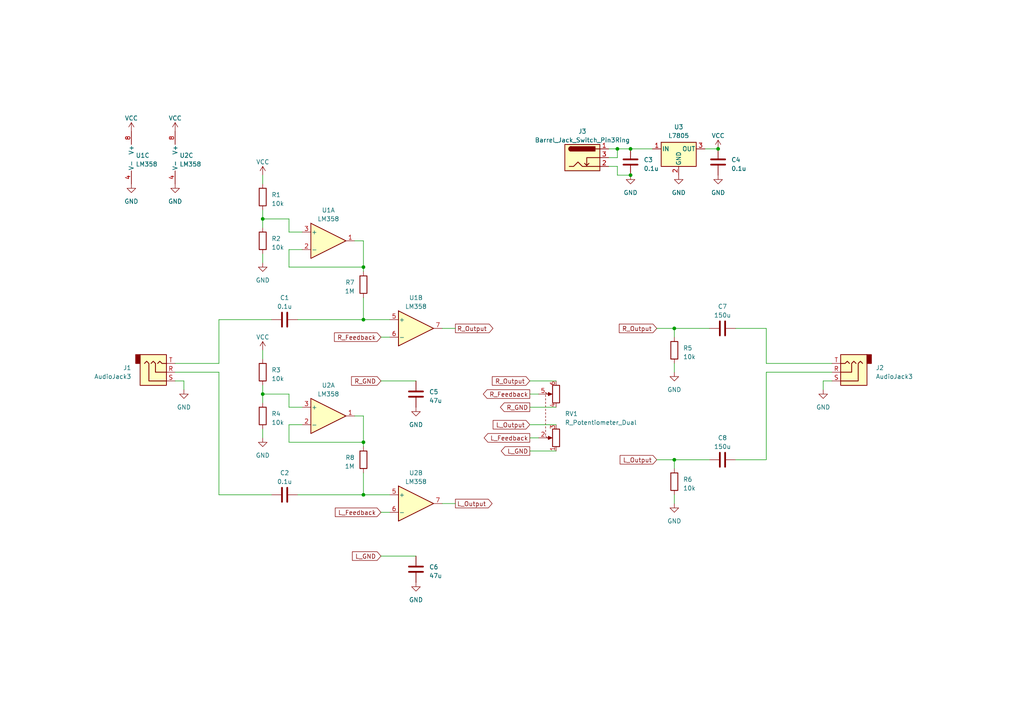
<source format=kicad_sch>
(kicad_sch (version 20230121) (generator eeschema)

  (uuid 88c65802-9669-46bb-aa2c-79d59ff562b6)

  (paper "A4")

  (lib_symbols
    (symbol "Amplifier_Operational:LM358" (pin_names (offset 0.127)) (in_bom yes) (on_board yes)
      (property "Reference" "U" (at 0 5.08 0)
        (effects (font (size 1.27 1.27)) (justify left))
      )
      (property "Value" "LM358" (at 0 -5.08 0)
        (effects (font (size 1.27 1.27)) (justify left))
      )
      (property "Footprint" "" (at 0 0 0)
        (effects (font (size 1.27 1.27)) hide)
      )
      (property "Datasheet" "http://www.ti.com/lit/ds/symlink/lm2904-n.pdf" (at 0 0 0)
        (effects (font (size 1.27 1.27)) hide)
      )
      (property "ki_locked" "" (at 0 0 0)
        (effects (font (size 1.27 1.27)))
      )
      (property "ki_keywords" "dual opamp" (at 0 0 0)
        (effects (font (size 1.27 1.27)) hide)
      )
      (property "ki_description" "Low-Power, Dual Operational Amplifiers, DIP-8/SOIC-8/TO-99-8" (at 0 0 0)
        (effects (font (size 1.27 1.27)) hide)
      )
      (property "ki_fp_filters" "SOIC*3.9x4.9mm*P1.27mm* DIP*W7.62mm* TO*99* OnSemi*Micro8* TSSOP*3x3mm*P0.65mm* TSSOP*4.4x3mm*P0.65mm* MSOP*3x3mm*P0.65mm* SSOP*3.9x4.9mm*P0.635mm* LFCSP*2x2mm*P0.5mm* *SIP* SOIC*5.3x6.2mm*P1.27mm*" (at 0 0 0)
        (effects (font (size 1.27 1.27)) hide)
      )
      (symbol "LM358_1_1"
        (polyline
          (pts
            (xy -5.08 5.08)
            (xy 5.08 0)
            (xy -5.08 -5.08)
            (xy -5.08 5.08)
          )
          (stroke (width 0.254) (type default))
          (fill (type background))
        )
        (pin output line (at 7.62 0 180) (length 2.54)
          (name "~" (effects (font (size 1.27 1.27))))
          (number "1" (effects (font (size 1.27 1.27))))
        )
        (pin input line (at -7.62 -2.54 0) (length 2.54)
          (name "-" (effects (font (size 1.27 1.27))))
          (number "2" (effects (font (size 1.27 1.27))))
        )
        (pin input line (at -7.62 2.54 0) (length 2.54)
          (name "+" (effects (font (size 1.27 1.27))))
          (number "3" (effects (font (size 1.27 1.27))))
        )
      )
      (symbol "LM358_2_1"
        (polyline
          (pts
            (xy -5.08 5.08)
            (xy 5.08 0)
            (xy -5.08 -5.08)
            (xy -5.08 5.08)
          )
          (stroke (width 0.254) (type default))
          (fill (type background))
        )
        (pin input line (at -7.62 2.54 0) (length 2.54)
          (name "+" (effects (font (size 1.27 1.27))))
          (number "5" (effects (font (size 1.27 1.27))))
        )
        (pin input line (at -7.62 -2.54 0) (length 2.54)
          (name "-" (effects (font (size 1.27 1.27))))
          (number "6" (effects (font (size 1.27 1.27))))
        )
        (pin output line (at 7.62 0 180) (length 2.54)
          (name "~" (effects (font (size 1.27 1.27))))
          (number "7" (effects (font (size 1.27 1.27))))
        )
      )
      (symbol "LM358_3_1"
        (pin power_in line (at -2.54 -7.62 90) (length 3.81)
          (name "V-" (effects (font (size 1.27 1.27))))
          (number "4" (effects (font (size 1.27 1.27))))
        )
        (pin power_in line (at -2.54 7.62 270) (length 3.81)
          (name "V+" (effects (font (size 1.27 1.27))))
          (number "8" (effects (font (size 1.27 1.27))))
        )
      )
    )
    (symbol "Connector:Barrel_Jack_Switch_Pin3Ring" (pin_names hide) (in_bom yes) (on_board yes)
      (property "Reference" "J3" (at 0 7.62 0)
        (effects (font (size 1.27 1.27)))
      )
      (property "Value" "Barrel_Jack_Switch_Pin3Ring" (at 0 5.08 0)
        (effects (font (size 1.27 1.27)))
      )
      (property "Footprint" "Connector_BarrelJack:BarrelJack_Horizontal" (at 1.27 -1.016 0)
        (effects (font (size 1.27 1.27)) hide)
      )
      (property "Datasheet" "~" (at 1.27 -1.016 0)
        (effects (font (size 1.27 1.27)) hide)
      )
      (property "ki_keywords" "DC power barrel jack connector" (at 0 0 0)
        (effects (font (size 1.27 1.27)) hide)
      )
      (property "ki_description" "DC Barrel Jack with an internal switch" (at 0 0 0)
        (effects (font (size 1.27 1.27)) hide)
      )
      (property "ki_fp_filters" "BarrelJack*" (at 0 0 0)
        (effects (font (size 1.27 1.27)) hide)
      )
      (symbol "Barrel_Jack_Switch_Pin3Ring_0_1"
        (rectangle (start -5.08 3.81) (end 5.08 -3.81)
          (stroke (width 0.254) (type default))
          (fill (type background))
        )
        (arc (start -3.302 3.175) (mid -3.9343 2.54) (end -3.302 1.905)
          (stroke (width 0.254) (type default))
          (fill (type none))
        )
        (arc (start -3.302 3.175) (mid -3.9343 2.54) (end -3.302 1.905)
          (stroke (width 0.254) (type default))
          (fill (type outline))
        )
        (polyline
          (pts
            (xy 1.27 -2.286)
            (xy 1.905 -1.651)
          )
          (stroke (width 0.254) (type default))
          (fill (type none))
        )
        (polyline
          (pts
            (xy 5.08 2.54)
            (xy 3.81 2.54)
          )
          (stroke (width 0.254) (type default))
          (fill (type none))
        )
        (polyline
          (pts
            (xy 5.08 0)
            (xy 1.27 0)
            (xy 1.27 -2.286)
            (xy 0.635 -1.651)
          )
          (stroke (width 0.254) (type default))
          (fill (type none))
        )
        (polyline
          (pts
            (xy -3.81 -2.54)
            (xy -2.54 -2.54)
            (xy -1.27 -1.27)
            (xy 0 -2.54)
            (xy 2.54 -2.54)
            (xy 5.08 -2.54)
          )
          (stroke (width 0.254) (type default))
          (fill (type none))
        )
        (rectangle (start 3.683 3.175) (end -3.302 1.905)
          (stroke (width 0.254) (type default))
          (fill (type outline))
        )
      )
      (symbol "Barrel_Jack_Switch_Pin3Ring_1_1"
        (pin passive line (at 7.62 2.54 180) (length 2.54)
          (name "~" (effects (font (size 1.27 1.27))))
          (number "1" (effects (font (size 1.27 1.27))))
        )
        (pin passive line (at 7.62 -2.54 180) (length 2.54)
          (name "~" (effects (font (size 1.27 1.27))))
          (number "2" (effects (font (size 1.27 1.27))))
        )
        (pin passive line (at 7.62 0 180) (length 2.54)
          (name "~" (effects (font (size 1.27 1.27))))
          (number "3" (effects (font (size 1.27 1.27))))
        )
      )
    )
    (symbol "Connector_Audio:AudioJack3" (in_bom yes) (on_board yes)
      (property "Reference" "J" (at 0 8.89 0)
        (effects (font (size 1.27 1.27)))
      )
      (property "Value" "AudioJack3" (at 0 6.35 0)
        (effects (font (size 1.27 1.27)))
      )
      (property "Footprint" "" (at 0 0 0)
        (effects (font (size 1.27 1.27)) hide)
      )
      (property "Datasheet" "~" (at 0 0 0)
        (effects (font (size 1.27 1.27)) hide)
      )
      (property "ki_keywords" "audio jack receptacle stereo headphones phones TRS connector" (at 0 0 0)
        (effects (font (size 1.27 1.27)) hide)
      )
      (property "ki_description" "Audio Jack, 3 Poles (Stereo / TRS)" (at 0 0 0)
        (effects (font (size 1.27 1.27)) hide)
      )
      (property "ki_fp_filters" "Jack*" (at 0 0 0)
        (effects (font (size 1.27 1.27)) hide)
      )
      (symbol "AudioJack3_0_1"
        (rectangle (start -5.08 -5.08) (end -6.35 -2.54)
          (stroke (width 0.254) (type default))
          (fill (type outline))
        )
        (polyline
          (pts
            (xy 0 -2.54)
            (xy 0.635 -3.175)
            (xy 1.27 -2.54)
            (xy 2.54 -2.54)
          )
          (stroke (width 0.254) (type default))
          (fill (type none))
        )
        (polyline
          (pts
            (xy -1.905 -2.54)
            (xy -1.27 -3.175)
            (xy -0.635 -2.54)
            (xy -0.635 0)
            (xy 2.54 0)
          )
          (stroke (width 0.254) (type default))
          (fill (type none))
        )
        (polyline
          (pts
            (xy 2.54 2.54)
            (xy -2.54 2.54)
            (xy -2.54 -2.54)
            (xy -3.175 -3.175)
            (xy -3.81 -2.54)
          )
          (stroke (width 0.254) (type default))
          (fill (type none))
        )
        (rectangle (start 2.54 3.81) (end -5.08 -5.08)
          (stroke (width 0.254) (type default))
          (fill (type background))
        )
      )
      (symbol "AudioJack3_1_1"
        (pin passive line (at 5.08 0 180) (length 2.54)
          (name "~" (effects (font (size 1.27 1.27))))
          (number "R" (effects (font (size 1.27 1.27))))
        )
        (pin passive line (at 5.08 2.54 180) (length 2.54)
          (name "~" (effects (font (size 1.27 1.27))))
          (number "S" (effects (font (size 1.27 1.27))))
        )
        (pin passive line (at 5.08 -2.54 180) (length 2.54)
          (name "~" (effects (font (size 1.27 1.27))))
          (number "T" (effects (font (size 1.27 1.27))))
        )
      )
    )
    (symbol "Device:C" (pin_numbers hide) (pin_names (offset 0.254)) (in_bom yes) (on_board yes)
      (property "Reference" "C" (at 0.635 2.54 0)
        (effects (font (size 1.27 1.27)) (justify left))
      )
      (property "Value" "C" (at 0.635 -2.54 0)
        (effects (font (size 1.27 1.27)) (justify left))
      )
      (property "Footprint" "" (at 0.9652 -3.81 0)
        (effects (font (size 1.27 1.27)) hide)
      )
      (property "Datasheet" "~" (at 0 0 0)
        (effects (font (size 1.27 1.27)) hide)
      )
      (property "ki_keywords" "cap capacitor" (at 0 0 0)
        (effects (font (size 1.27 1.27)) hide)
      )
      (property "ki_description" "Unpolarized capacitor" (at 0 0 0)
        (effects (font (size 1.27 1.27)) hide)
      )
      (property "ki_fp_filters" "C_*" (at 0 0 0)
        (effects (font (size 1.27 1.27)) hide)
      )
      (symbol "C_0_1"
        (polyline
          (pts
            (xy -2.032 -0.762)
            (xy 2.032 -0.762)
          )
          (stroke (width 0.508) (type default))
          (fill (type none))
        )
        (polyline
          (pts
            (xy -2.032 0.762)
            (xy 2.032 0.762)
          )
          (stroke (width 0.508) (type default))
          (fill (type none))
        )
      )
      (symbol "C_1_1"
        (pin passive line (at 0 3.81 270) (length 2.794)
          (name "~" (effects (font (size 1.27 1.27))))
          (number "1" (effects (font (size 1.27 1.27))))
        )
        (pin passive line (at 0 -3.81 90) (length 2.794)
          (name "~" (effects (font (size 1.27 1.27))))
          (number "2" (effects (font (size 1.27 1.27))))
        )
      )
    )
    (symbol "Device:R" (pin_numbers hide) (pin_names (offset 0)) (in_bom yes) (on_board yes)
      (property "Reference" "R" (at 2.032 0 90)
        (effects (font (size 1.27 1.27)))
      )
      (property "Value" "R" (at 0 0 90)
        (effects (font (size 1.27 1.27)))
      )
      (property "Footprint" "" (at -1.778 0 90)
        (effects (font (size 1.27 1.27)) hide)
      )
      (property "Datasheet" "~" (at 0 0 0)
        (effects (font (size 1.27 1.27)) hide)
      )
      (property "ki_keywords" "R res resistor" (at 0 0 0)
        (effects (font (size 1.27 1.27)) hide)
      )
      (property "ki_description" "Resistor" (at 0 0 0)
        (effects (font (size 1.27 1.27)) hide)
      )
      (property "ki_fp_filters" "R_*" (at 0 0 0)
        (effects (font (size 1.27 1.27)) hide)
      )
      (symbol "R_0_1"
        (rectangle (start -1.016 -2.54) (end 1.016 2.54)
          (stroke (width 0.254) (type default))
          (fill (type none))
        )
      )
      (symbol "R_1_1"
        (pin passive line (at 0 3.81 270) (length 1.27)
          (name "~" (effects (font (size 1.27 1.27))))
          (number "1" (effects (font (size 1.27 1.27))))
        )
        (pin passive line (at 0 -3.81 90) (length 1.27)
          (name "~" (effects (font (size 1.27 1.27))))
          (number "2" (effects (font (size 1.27 1.27))))
        )
      )
    )
    (symbol "Device:R_Potentiometer_Dual" (pin_names (offset 1.016) hide) (in_bom yes) (on_board yes)
      (property "Reference" "RV" (at 0 3.81 0)
        (effects (font (size 1.27 1.27)))
      )
      (property "Value" "R_Potentiometer_Dual" (at 0 1.905 0)
        (effects (font (size 1.27 1.27)))
      )
      (property "Footprint" "" (at 6.35 -1.905 0)
        (effects (font (size 1.27 1.27)) hide)
      )
      (property "Datasheet" "~" (at 6.35 -1.905 0)
        (effects (font (size 1.27 1.27)) hide)
      )
      (property "ki_keywords" "resistor variable" (at 0 0 0)
        (effects (font (size 1.27 1.27)) hide)
      )
      (property "ki_description" "Dual potentiometer" (at 0 0 0)
        (effects (font (size 1.27 1.27)) hide)
      )
      (property "ki_fp_filters" "Potentiometer*" (at 0 0 0)
        (effects (font (size 1.27 1.27)) hide)
      )
      (symbol "R_Potentiometer_Dual_0_1"
        (rectangle (start -8.89 -1.524) (end -3.81 -3.556)
          (stroke (width 0.254) (type default))
          (fill (type none))
        )
        (polyline
          (pts
            (xy -6.35 0)
            (xy -6.35 -1.016)
          )
          (stroke (width 0) (type default))
          (fill (type none))
        )
        (polyline
          (pts
            (xy -6.35 0)
            (xy -6.35 -1.016)
          )
          (stroke (width 0) (type default))
          (fill (type none))
        )
        (polyline
          (pts
            (xy -6.35 0)
            (xy -5.842 0.508)
          )
          (stroke (width 0) (type default))
          (fill (type none))
        )
        (polyline
          (pts
            (xy -5.588 0.508)
            (xy -5.08 0.508)
          )
          (stroke (width 0) (type default))
          (fill (type none))
        )
        (polyline
          (pts
            (xy -4.572 0.508)
            (xy -4.064 0.508)
          )
          (stroke (width 0) (type default))
          (fill (type none))
        )
        (polyline
          (pts
            (xy -3.556 0.508)
            (xy -3.048 0.508)
          )
          (stroke (width 0) (type default))
          (fill (type none))
        )
        (polyline
          (pts
            (xy -2.54 0.508)
            (xy -2.032 0.508)
          )
          (stroke (width 0) (type default))
          (fill (type none))
        )
        (polyline
          (pts
            (xy -1.524 0.508)
            (xy -1.016 0.508)
          )
          (stroke (width 0) (type default))
          (fill (type none))
        )
        (polyline
          (pts
            (xy -0.508 0.508)
            (xy 0 0.508)
          )
          (stroke (width 0) (type default))
          (fill (type none))
        )
        (polyline
          (pts
            (xy 0.508 0.508)
            (xy 1.016 0.508)
          )
          (stroke (width 0) (type default))
          (fill (type none))
        )
        (polyline
          (pts
            (xy 1.524 0.508)
            (xy 2.032 0.508)
          )
          (stroke (width 0) (type default))
          (fill (type none))
        )
        (polyline
          (pts
            (xy 2.54 0.508)
            (xy 3.048 0.508)
          )
          (stroke (width 0) (type default))
          (fill (type none))
        )
        (polyline
          (pts
            (xy 3.556 0.508)
            (xy 4.064 0.508)
          )
          (stroke (width 0) (type default))
          (fill (type none))
        )
        (polyline
          (pts
            (xy 4.572 0.508)
            (xy 5.08 0.508)
          )
          (stroke (width 0) (type default))
          (fill (type none))
        )
        (polyline
          (pts
            (xy 5.588 0.508)
            (xy 6.096 0.508)
          )
          (stroke (width 0) (type default))
          (fill (type none))
        )
        (polyline
          (pts
            (xy 6.35 0)
            (xy 6.35 -1.016)
          )
          (stroke (width 0) (type default))
          (fill (type none))
        )
        (polyline
          (pts
            (xy 6.35 0)
            (xy 6.35 -1.016)
          )
          (stroke (width 0) (type default))
          (fill (type none))
        )
        (polyline
          (pts
            (xy 6.604 0.508)
            (xy 6.858 0.508)
            (xy 6.35 0)
          )
          (stroke (width 0) (type default))
          (fill (type none))
        )
        (polyline
          (pts
            (xy -6.35 -1.397)
            (xy -6.858 -0.254)
            (xy -5.842 -0.254)
            (xy -6.35 -1.397)
          )
          (stroke (width 0) (type default))
          (fill (type outline))
        )
        (polyline
          (pts
            (xy 6.35 -1.397)
            (xy 5.842 -0.254)
            (xy 6.858 -0.254)
            (xy 6.35 -1.397)
          )
          (stroke (width 0) (type default))
          (fill (type outline))
        )
        (rectangle (start 3.81 -1.524) (end 8.89 -3.556)
          (stroke (width 0.254) (type default))
          (fill (type none))
        )
      )
      (symbol "R_Potentiometer_Dual_1_1"
        (pin passive line (at -10.16 -2.54 0) (length 1.27)
          (name "1" (effects (font (size 1.27 1.27))))
          (number "1" (effects (font (size 1.27 1.27))))
        )
        (pin passive line (at -6.35 2.54 270) (length 2.54)
          (name "2" (effects (font (size 1.27 1.27))))
          (number "2" (effects (font (size 1.27 1.27))))
        )
        (pin passive line (at -2.54 -2.54 180) (length 1.27)
          (name "3" (effects (font (size 1.27 1.27))))
          (number "3" (effects (font (size 1.27 1.27))))
        )
        (pin passive line (at 2.54 -2.54 0) (length 1.27)
          (name "4" (effects (font (size 1.27 1.27))))
          (number "4" (effects (font (size 1.27 1.27))))
        )
        (pin passive line (at 6.35 2.54 270) (length 2.54)
          (name "5" (effects (font (size 1.27 1.27))))
          (number "5" (effects (font (size 1.27 1.27))))
        )
        (pin passive line (at 10.16 -2.54 180) (length 1.27)
          (name "6" (effects (font (size 1.27 1.27))))
          (number "6" (effects (font (size 1.27 1.27))))
        )
      )
    )
    (symbol "Regulator_Linear:L7805" (pin_names (offset 0.254)) (in_bom yes) (on_board yes)
      (property "Reference" "U" (at -3.81 3.175 0)
        (effects (font (size 1.27 1.27)))
      )
      (property "Value" "L7805" (at 0 3.175 0)
        (effects (font (size 1.27 1.27)) (justify left))
      )
      (property "Footprint" "" (at 0.635 -3.81 0)
        (effects (font (size 1.27 1.27) italic) (justify left) hide)
      )
      (property "Datasheet" "http://www.st.com/content/ccc/resource/technical/document/datasheet/41/4f/b3/b0/12/d4/47/88/CD00000444.pdf/files/CD00000444.pdf/jcr:content/translations/en.CD00000444.pdf" (at 0 -1.27 0)
        (effects (font (size 1.27 1.27)) hide)
      )
      (property "ki_keywords" "Voltage Regulator 1.5A Positive" (at 0 0 0)
        (effects (font (size 1.27 1.27)) hide)
      )
      (property "ki_description" "Positive 1.5A 35V Linear Regulator, Fixed Output 5V, TO-220/TO-263/TO-252" (at 0 0 0)
        (effects (font (size 1.27 1.27)) hide)
      )
      (property "ki_fp_filters" "TO?252* TO?263* TO?220*" (at 0 0 0)
        (effects (font (size 1.27 1.27)) hide)
      )
      (symbol "L7805_0_1"
        (rectangle (start -5.08 1.905) (end 5.08 -5.08)
          (stroke (width 0.254) (type default))
          (fill (type background))
        )
      )
      (symbol "L7805_1_1"
        (pin power_in line (at -7.62 0 0) (length 2.54)
          (name "IN" (effects (font (size 1.27 1.27))))
          (number "1" (effects (font (size 1.27 1.27))))
        )
        (pin power_in line (at 0 -7.62 90) (length 2.54)
          (name "GND" (effects (font (size 1.27 1.27))))
          (number "2" (effects (font (size 1.27 1.27))))
        )
        (pin power_out line (at 7.62 0 180) (length 2.54)
          (name "OUT" (effects (font (size 1.27 1.27))))
          (number "3" (effects (font (size 1.27 1.27))))
        )
      )
    )
    (symbol "power:GND" (power) (pin_names (offset 0)) (in_bom yes) (on_board yes)
      (property "Reference" "#PWR" (at 0 -6.35 0)
        (effects (font (size 1.27 1.27)) hide)
      )
      (property "Value" "GND" (at 0 -3.81 0)
        (effects (font (size 1.27 1.27)))
      )
      (property "Footprint" "" (at 0 0 0)
        (effects (font (size 1.27 1.27)) hide)
      )
      (property "Datasheet" "" (at 0 0 0)
        (effects (font (size 1.27 1.27)) hide)
      )
      (property "ki_keywords" "global power" (at 0 0 0)
        (effects (font (size 1.27 1.27)) hide)
      )
      (property "ki_description" "Power symbol creates a global label with name \"GND\" , ground" (at 0 0 0)
        (effects (font (size 1.27 1.27)) hide)
      )
      (symbol "GND_0_1"
        (polyline
          (pts
            (xy 0 0)
            (xy 0 -1.27)
            (xy 1.27 -1.27)
            (xy 0 -2.54)
            (xy -1.27 -1.27)
            (xy 0 -1.27)
          )
          (stroke (width 0) (type default))
          (fill (type none))
        )
      )
      (symbol "GND_1_1"
        (pin power_in line (at 0 0 270) (length 0) hide
          (name "GND" (effects (font (size 1.27 1.27))))
          (number "1" (effects (font (size 1.27 1.27))))
        )
      )
    )
    (symbol "power:VCC" (power) (pin_names (offset 0)) (in_bom yes) (on_board yes)
      (property "Reference" "#PWR" (at 0 -3.81 0)
        (effects (font (size 1.27 1.27)) hide)
      )
      (property "Value" "VCC" (at 0 3.81 0)
        (effects (font (size 1.27 1.27)))
      )
      (property "Footprint" "" (at 0 0 0)
        (effects (font (size 1.27 1.27)) hide)
      )
      (property "Datasheet" "" (at 0 0 0)
        (effects (font (size 1.27 1.27)) hide)
      )
      (property "ki_keywords" "global power" (at 0 0 0)
        (effects (font (size 1.27 1.27)) hide)
      )
      (property "ki_description" "Power symbol creates a global label with name \"VCC\"" (at 0 0 0)
        (effects (font (size 1.27 1.27)) hide)
      )
      (symbol "VCC_0_1"
        (polyline
          (pts
            (xy -0.762 1.27)
            (xy 0 2.54)
          )
          (stroke (width 0) (type default))
          (fill (type none))
        )
        (polyline
          (pts
            (xy 0 0)
            (xy 0 2.54)
          )
          (stroke (width 0) (type default))
          (fill (type none))
        )
        (polyline
          (pts
            (xy 0 2.54)
            (xy 0.762 1.27)
          )
          (stroke (width 0) (type default))
          (fill (type none))
        )
      )
      (symbol "VCC_1_1"
        (pin power_in line (at 0 0 90) (length 0) hide
          (name "VCC" (effects (font (size 1.27 1.27))))
          (number "1" (effects (font (size 1.27 1.27))))
        )
      )
    )
  )

  (junction (at 182.88 43.18) (diameter 0) (color 0 0 0 0)
    (uuid 0272a37a-0632-422b-b80d-f14f884f2157)
  )
  (junction (at 105.41 128.27) (diameter 0) (color 0 0 0 0)
    (uuid 15ce9f21-a314-4230-b541-e656b9f4f22f)
  )
  (junction (at 195.58 95.25) (diameter 0) (color 0 0 0 0)
    (uuid 257260b2-cfbd-43c5-a13a-31a063bfead0)
  )
  (junction (at 182.88 50.8) (diameter 0) (color 0 0 0 0)
    (uuid 42d10a3b-903a-45ba-b4a8-46442fe58f98)
  )
  (junction (at 105.41 92.71) (diameter 0) (color 0 0 0 0)
    (uuid 65b3ddc2-eba7-40f1-9f02-ae7f0e0a0047)
  )
  (junction (at 105.41 143.51) (diameter 0) (color 0 0 0 0)
    (uuid 72bf9884-9f65-4f9a-b67f-92513b7e6b20)
  )
  (junction (at 76.2 63.5) (diameter 0) (color 0 0 0 0)
    (uuid 7ecde0c7-cf65-4713-8c82-52b23e0bcc5f)
  )
  (junction (at 179.07 43.18) (diameter 0) (color 0 0 0 0)
    (uuid 97ae588a-ad61-4982-ba0b-506eb3347e71)
  )
  (junction (at 195.58 133.35) (diameter 0) (color 0 0 0 0)
    (uuid c0a4890e-c744-4370-a3a8-9637b23eef6a)
  )
  (junction (at 105.41 77.47) (diameter 0) (color 0 0 0 0)
    (uuid c2e103de-9f34-47ce-b497-86f3ca51bbbc)
  )
  (junction (at 76.2 114.3) (diameter 0) (color 0 0 0 0)
    (uuid c92a262e-dd06-459a-8085-48352664d068)
  )
  (junction (at 208.28 43.18) (diameter 0) (color 0 0 0 0)
    (uuid d16e6306-ab82-4740-99be-fcdb6412ce66)
  )

  (wire (pts (xy 83.82 77.47) (xy 105.41 77.47))
    (stroke (width 0) (type default))
    (uuid 00251e30-16b0-4aa0-bc8f-02a241b13cc2)
  )
  (wire (pts (xy 63.5 143.51) (xy 78.74 143.51))
    (stroke (width 0) (type default))
    (uuid 070ce5ec-245d-4e75-902f-4a71f702ac75)
  )
  (wire (pts (xy 50.8 107.95) (xy 63.5 107.95))
    (stroke (width 0) (type default))
    (uuid 072ea40f-acd6-432a-ba92-29b9b8be1bc7)
  )
  (wire (pts (xy 105.41 143.51) (xy 113.03 143.51))
    (stroke (width 0) (type default))
    (uuid 113afd67-713e-427f-a53d-8e7c3a833747)
  )
  (wire (pts (xy 176.53 45.72) (xy 179.07 45.72))
    (stroke (width 0) (type default))
    (uuid 125fbd50-e29b-47e5-a13f-435e28a321e0)
  )
  (wire (pts (xy 86.36 92.71) (xy 105.41 92.71))
    (stroke (width 0) (type default))
    (uuid 1a46b968-0c97-4aa9-8fe1-85a082fb0036)
  )
  (wire (pts (xy 238.76 110.49) (xy 241.3 110.49))
    (stroke (width 0) (type default))
    (uuid 1a4e4697-bf0a-4a63-89b3-bb7051417bb8)
  )
  (wire (pts (xy 238.76 113.03) (xy 238.76 110.49))
    (stroke (width 0) (type default))
    (uuid 1f632ebe-8cae-454e-a9ac-bcfc18415059)
  )
  (wire (pts (xy 179.07 50.8) (xy 182.88 50.8))
    (stroke (width 0) (type default))
    (uuid 20beab64-ae1e-4d43-ada9-afcbd49fbde0)
  )
  (wire (pts (xy 105.41 137.16) (xy 105.41 143.51))
    (stroke (width 0) (type default))
    (uuid 2105e114-95e9-4beb-93e1-50016dc6a658)
  )
  (wire (pts (xy 76.2 124.46) (xy 76.2 127))
    (stroke (width 0) (type default))
    (uuid 237532c2-67ca-4023-95d9-16efa2223a56)
  )
  (wire (pts (xy 87.63 72.39) (xy 83.82 72.39))
    (stroke (width 0) (type default))
    (uuid 238e0a80-2863-4d67-816d-7588985e49c5)
  )
  (wire (pts (xy 213.36 133.35) (xy 222.25 133.35))
    (stroke (width 0) (type default))
    (uuid 256fc4fe-789a-488f-b992-eae337b0cc9d)
  )
  (wire (pts (xy 105.41 92.71) (xy 113.03 92.71))
    (stroke (width 0) (type default))
    (uuid 286b8725-98da-414a-9024-fbfa7ad5ccba)
  )
  (wire (pts (xy 182.88 43.18) (xy 189.23 43.18))
    (stroke (width 0) (type default))
    (uuid 2a6b01af-b05c-4c70-8043-280f0a618bde)
  )
  (wire (pts (xy 128.27 95.25) (xy 132.08 95.25))
    (stroke (width 0) (type default))
    (uuid 2e5e732a-bb72-4861-98f9-44e5e54034fa)
  )
  (wire (pts (xy 105.41 120.65) (xy 102.87 120.65))
    (stroke (width 0) (type default))
    (uuid 305dbbfb-87ce-450f-a452-96289f2527fa)
  )
  (wire (pts (xy 76.2 63.5) (xy 76.2 66.04))
    (stroke (width 0) (type default))
    (uuid 32d40599-6876-4cf0-a6c3-da3b12ddce3f)
  )
  (wire (pts (xy 222.25 95.25) (xy 222.25 105.41))
    (stroke (width 0) (type default))
    (uuid 34e97f3e-c14f-4225-aac1-18b50a029b3b)
  )
  (wire (pts (xy 176.53 48.26) (xy 179.07 48.26))
    (stroke (width 0) (type default))
    (uuid 3cb5c3bf-23af-4b11-99b3-d6bef95940b1)
  )
  (wire (pts (xy 153.67 127) (xy 156.21 127))
    (stroke (width 0) (type default))
    (uuid 3e0d92a2-6471-43ce-b2b8-92eb2cbc7d0c)
  )
  (wire (pts (xy 63.5 143.51) (xy 63.5 107.95))
    (stroke (width 0) (type default))
    (uuid 424d3ded-0a2a-41b7-a91b-a2b22fb35b06)
  )
  (wire (pts (xy 105.41 120.65) (xy 105.41 128.27))
    (stroke (width 0) (type default))
    (uuid 43015a26-62bb-4c43-ae12-9771da514bb1)
  )
  (wire (pts (xy 50.8 105.41) (xy 63.5 105.41))
    (stroke (width 0) (type default))
    (uuid 492b947a-12ac-407f-9693-e6fcc569deae)
  )
  (wire (pts (xy 179.07 45.72) (xy 179.07 43.18))
    (stroke (width 0) (type default))
    (uuid 537a56ef-138a-44f9-a448-c8a43511c735)
  )
  (wire (pts (xy 83.82 128.27) (xy 105.41 128.27))
    (stroke (width 0) (type default))
    (uuid 5c0b76dd-ae7c-4fc5-ade8-99dfa8dca6ee)
  )
  (wire (pts (xy 195.58 133.35) (xy 190.5 133.35))
    (stroke (width 0) (type default))
    (uuid 5c636ba7-1d8f-4032-886e-3cda471da343)
  )
  (wire (pts (xy 63.5 92.71) (xy 63.5 105.41))
    (stroke (width 0) (type default))
    (uuid 61157db4-026a-4396-9516-889ed4726a64)
  )
  (wire (pts (xy 83.82 67.31) (xy 83.82 63.5))
    (stroke (width 0) (type default))
    (uuid 62c78745-0cb1-46c7-9bde-205792abf50e)
  )
  (wire (pts (xy 105.41 77.47) (xy 105.41 78.74))
    (stroke (width 0) (type default))
    (uuid 652249c2-1500-4904-bae3-dd4ddf5a76b8)
  )
  (wire (pts (xy 222.25 107.95) (xy 241.3 107.95))
    (stroke (width 0) (type default))
    (uuid 66241771-b694-4797-9b0b-ec64f129ca1f)
  )
  (wire (pts (xy 76.2 50.8) (xy 76.2 53.34))
    (stroke (width 0) (type default))
    (uuid 6d205f2f-5649-41d7-a78e-f2eb6537d032)
  )
  (wire (pts (xy 53.34 113.03) (xy 53.34 110.49))
    (stroke (width 0) (type default))
    (uuid 70edd458-d631-4e63-ab3d-b181c73bd159)
  )
  (wire (pts (xy 222.25 105.41) (xy 241.3 105.41))
    (stroke (width 0) (type default))
    (uuid 749a59fa-9ba9-4780-817c-0d4a087a4827)
  )
  (wire (pts (xy 195.58 135.89) (xy 195.58 133.35))
    (stroke (width 0) (type default))
    (uuid 814042a6-37b7-4d51-bccf-6d526a658a46)
  )
  (wire (pts (xy 83.82 114.3) (xy 76.2 114.3))
    (stroke (width 0) (type default))
    (uuid 83723d2e-6d42-4ad3-9404-128cabee571d)
  )
  (wire (pts (xy 63.5 92.71) (xy 78.74 92.71))
    (stroke (width 0) (type default))
    (uuid 84432055-113a-40fd-b67c-3e8fbefee3b1)
  )
  (wire (pts (xy 110.49 161.29) (xy 120.65 161.29))
    (stroke (width 0) (type default))
    (uuid 883390d4-67c4-46ca-b695-38448dc4d4ce)
  )
  (wire (pts (xy 76.2 101.6) (xy 76.2 104.14))
    (stroke (width 0) (type default))
    (uuid 8c1e8e6d-5609-4cbb-9dc9-1e84b8ebc40b)
  )
  (wire (pts (xy 86.36 143.51) (xy 105.41 143.51))
    (stroke (width 0) (type default))
    (uuid 8e2bb7f2-0ecc-4038-b097-44b0cab47b4b)
  )
  (wire (pts (xy 83.82 123.19) (xy 83.82 128.27))
    (stroke (width 0) (type default))
    (uuid 98313020-951c-48d7-b76f-a7ade3fb2875)
  )
  (wire (pts (xy 195.58 95.25) (xy 205.74 95.25))
    (stroke (width 0) (type default))
    (uuid 98b124c1-7100-482e-bb7b-120539ee6f92)
  )
  (wire (pts (xy 83.82 118.11) (xy 83.82 114.3))
    (stroke (width 0) (type default))
    (uuid 994abd64-f6fa-4e0c-93ab-5ccbc345e83d)
  )
  (wire (pts (xy 195.58 133.35) (xy 205.74 133.35))
    (stroke (width 0) (type default))
    (uuid 9e906170-3e48-430b-8940-6758d52d3b14)
  )
  (wire (pts (xy 153.67 110.49) (xy 161.29 110.49))
    (stroke (width 0) (type default))
    (uuid a359ff5e-3e40-4c9a-b4cd-33fdf22ff7ab)
  )
  (wire (pts (xy 105.41 69.85) (xy 102.87 69.85))
    (stroke (width 0) (type default))
    (uuid a6baf81b-1e78-48fb-8c4b-c7ef32dbfd29)
  )
  (wire (pts (xy 110.49 97.79) (xy 113.03 97.79))
    (stroke (width 0) (type default))
    (uuid aeee0697-4969-4af7-b6f5-7143029721b0)
  )
  (wire (pts (xy 76.2 114.3) (xy 76.2 116.84))
    (stroke (width 0) (type default))
    (uuid b188c69c-24b4-4674-bed5-98873c513895)
  )
  (wire (pts (xy 128.27 146.05) (xy 132.08 146.05))
    (stroke (width 0) (type default))
    (uuid b22ea5dd-1467-4029-8b83-a39bab34505f)
  )
  (wire (pts (xy 179.07 43.18) (xy 176.53 43.18))
    (stroke (width 0) (type default))
    (uuid b2acb6cb-3f52-4fd0-9eb4-806030dc4677)
  )
  (wire (pts (xy 179.07 43.18) (xy 182.88 43.18))
    (stroke (width 0) (type default))
    (uuid b313f646-9d46-4336-a6fe-c88bf9e4b142)
  )
  (wire (pts (xy 153.67 130.81) (xy 161.29 130.81))
    (stroke (width 0) (type default))
    (uuid b7d4a22a-f72d-40a4-a346-932ff983861c)
  )
  (wire (pts (xy 105.41 69.85) (xy 105.41 77.47))
    (stroke (width 0) (type default))
    (uuid ba533de4-81b1-42ad-af0f-6ccf150284cf)
  )
  (wire (pts (xy 204.47 43.18) (xy 208.28 43.18))
    (stroke (width 0) (type default))
    (uuid bfbca5c5-a2c3-498b-b2f6-2d92f6495f94)
  )
  (wire (pts (xy 213.36 95.25) (xy 222.25 95.25))
    (stroke (width 0) (type default))
    (uuid c7254eb5-910f-46b7-8191-301ec597cba0)
  )
  (wire (pts (xy 87.63 118.11) (xy 83.82 118.11))
    (stroke (width 0) (type default))
    (uuid c7d641ed-ad81-453e-8fa8-065ec8919ddc)
  )
  (wire (pts (xy 105.41 128.27) (xy 105.41 129.54))
    (stroke (width 0) (type default))
    (uuid cdc37a3d-7ce9-4d71-8beb-cad3ea1a0069)
  )
  (wire (pts (xy 153.67 123.19) (xy 161.29 123.19))
    (stroke (width 0) (type default))
    (uuid ce86fa52-c69b-4ba9-8b27-594b3c22c6e0)
  )
  (wire (pts (xy 76.2 73.66) (xy 76.2 76.2))
    (stroke (width 0) (type default))
    (uuid cfd9f8a1-25b5-4d63-ba7a-8c96d5994c32)
  )
  (wire (pts (xy 195.58 143.51) (xy 195.58 146.05))
    (stroke (width 0) (type default))
    (uuid d010f8d2-a094-4b8b-83fc-59fe44551dcc)
  )
  (wire (pts (xy 153.67 118.11) (xy 161.29 118.11))
    (stroke (width 0) (type default))
    (uuid d1607705-aeac-4e1a-9b7e-cb28fd4864b8)
  )
  (wire (pts (xy 110.49 148.59) (xy 113.03 148.59))
    (stroke (width 0) (type default))
    (uuid d3c5717a-df56-4e4b-8a14-ff3a5a5585b8)
  )
  (wire (pts (xy 110.49 110.49) (xy 120.65 110.49))
    (stroke (width 0) (type default))
    (uuid db0c65a8-bdec-4fc5-b519-db63fdb5a9c2)
  )
  (wire (pts (xy 87.63 123.19) (xy 83.82 123.19))
    (stroke (width 0) (type default))
    (uuid db31c8ff-4ca3-4dff-b4da-bd944d294cf0)
  )
  (wire (pts (xy 83.82 72.39) (xy 83.82 77.47))
    (stroke (width 0) (type default))
    (uuid db33e372-8ad6-4d1b-ae1e-62ff8c808a89)
  )
  (wire (pts (xy 195.58 95.25) (xy 190.5 95.25))
    (stroke (width 0) (type default))
    (uuid db9768d9-71aa-455b-88d0-fff1b3fe0fce)
  )
  (wire (pts (xy 222.25 133.35) (xy 222.25 107.95))
    (stroke (width 0) (type default))
    (uuid dcaa86fc-75bb-4b0e-b431-49a0f600c28d)
  )
  (wire (pts (xy 76.2 60.96) (xy 76.2 63.5))
    (stroke (width 0) (type default))
    (uuid df9b7bf5-1af6-4233-9fe0-522b613bb462)
  )
  (wire (pts (xy 179.07 48.26) (xy 179.07 50.8))
    (stroke (width 0) (type default))
    (uuid e19d453d-f2f3-4f7b-9e6d-d1b5f87af532)
  )
  (wire (pts (xy 83.82 63.5) (xy 76.2 63.5))
    (stroke (width 0) (type default))
    (uuid e5d2cb4c-e13a-462f-aa03-0399d06d5d67)
  )
  (wire (pts (xy 76.2 111.76) (xy 76.2 114.3))
    (stroke (width 0) (type default))
    (uuid e9300c56-8acf-4f84-825c-18802aab5faf)
  )
  (wire (pts (xy 195.58 97.79) (xy 195.58 95.25))
    (stroke (width 0) (type default))
    (uuid eb6b509f-21d2-40b2-a5a0-4fd0253f9aba)
  )
  (wire (pts (xy 195.58 105.41) (xy 195.58 107.95))
    (stroke (width 0) (type default))
    (uuid f4383ac2-9ff5-4082-bd2e-1c5fcf0482b6)
  )
  (wire (pts (xy 105.41 86.36) (xy 105.41 92.71))
    (stroke (width 0) (type default))
    (uuid f5743f81-6bef-4f2e-a3c4-c924943e1d4f)
  )
  (wire (pts (xy 153.67 114.3) (xy 156.21 114.3))
    (stroke (width 0) (type default))
    (uuid f67b9d5b-efbf-4599-8197-fb50f95fd5ef)
  )
  (wire (pts (xy 87.63 67.31) (xy 83.82 67.31))
    (stroke (width 0) (type default))
    (uuid f6c7bcd6-1676-4df1-90bf-22c1e6275133)
  )
  (wire (pts (xy 53.34 110.49) (xy 50.8 110.49))
    (stroke (width 0) (type default))
    (uuid ff7eaf7a-fa6c-4dd8-b07d-4ab4ae9c2b19)
  )

  (global_label "L_Output" (shape output) (at 132.08 146.05 0) (fields_autoplaced)
    (effects (font (size 1.27 1.27)) (justify left))
    (uuid 04152733-cba7-4ec2-ba86-2de5c42d1049)
    (property "Intersheetrefs" "${INTERSHEET_REFS}" (at 143.2104 146.05 0)
      (effects (font (size 1.27 1.27)) (justify left) hide)
    )
  )
  (global_label "R_GND" (shape output) (at 153.67 118.11 180) (fields_autoplaced)
    (effects (font (size 1.27 1.27)) (justify right))
    (uuid 1d89378d-c62c-4b2f-b2e1-e9a5f1e36c3c)
    (property "Intersheetrefs" "${INTERSHEET_REFS}" (at 144.6561 118.11 0)
      (effects (font (size 1.27 1.27)) (justify right) hide)
    )
  )
  (global_label "L_Feedback" (shape output) (at 153.67 127 180) (fields_autoplaced)
    (effects (font (size 1.27 1.27)) (justify right))
    (uuid 1f7bb177-e5dc-4d00-a728-68ff76eb9ec0)
    (property "Intersheetrefs" "${INTERSHEET_REFS}" (at 139.939 127 0)
      (effects (font (size 1.27 1.27)) (justify right) hide)
    )
  )
  (global_label "L_Output" (shape input) (at 153.67 123.19 180) (fields_autoplaced)
    (effects (font (size 1.27 1.27)) (justify right))
    (uuid 3daad08f-5a80-49d7-999d-8151c219bb7c)
    (property "Intersheetrefs" "${INTERSHEET_REFS}" (at 142.5396 123.19 0)
      (effects (font (size 1.27 1.27)) (justify right) hide)
    )
  )
  (global_label "R_Output" (shape output) (at 132.08 95.25 0) (fields_autoplaced)
    (effects (font (size 1.27 1.27)) (justify left))
    (uuid 59534c37-d8b4-46ac-aa81-fcfd5b383a08)
    (property "Intersheetrefs" "${INTERSHEET_REFS}" (at 143.4523 95.25 0)
      (effects (font (size 1.27 1.27)) (justify left) hide)
    )
  )
  (global_label "L_Feedback" (shape input) (at 110.49 148.59 180) (fields_autoplaced)
    (effects (font (size 1.27 1.27)) (justify right))
    (uuid 84ef30c3-f4c2-4565-ae77-4fbe983c5a2f)
    (property "Intersheetrefs" "${INTERSHEET_REFS}" (at 96.759 148.59 0)
      (effects (font (size 1.27 1.27)) (justify right) hide)
    )
  )
  (global_label "L_Output" (shape input) (at 190.5 133.35 180) (fields_autoplaced)
    (effects (font (size 1.27 1.27)) (justify right))
    (uuid 8ab0d628-2701-47cd-8cfe-c7c80e306972)
    (property "Intersheetrefs" "${INTERSHEET_REFS}" (at 179.3696 133.35 0)
      (effects (font (size 1.27 1.27)) (justify right) hide)
    )
  )
  (global_label "R_Feedback" (shape input) (at 110.49 97.79 180) (fields_autoplaced)
    (effects (font (size 1.27 1.27)) (justify right))
    (uuid 8e7e96ad-3d30-4fea-baf4-c4068785aa56)
    (property "Intersheetrefs" "${INTERSHEET_REFS}" (at 96.5171 97.79 0)
      (effects (font (size 1.27 1.27)) (justify right) hide)
    )
  )
  (global_label "R_Feedback" (shape output) (at 153.67 114.3 180) (fields_autoplaced)
    (effects (font (size 1.27 1.27)) (justify right))
    (uuid 9fcfc76e-6875-4996-b659-703fbad7c836)
    (property "Intersheetrefs" "${INTERSHEET_REFS}" (at 139.6971 114.3 0)
      (effects (font (size 1.27 1.27)) (justify right) hide)
    )
  )
  (global_label "L_GND" (shape input) (at 110.49 161.29 180) (fields_autoplaced)
    (effects (font (size 1.27 1.27)) (justify right))
    (uuid ab40a0eb-72d0-429e-a429-7b8a4c28fc29)
    (property "Intersheetrefs" "${INTERSHEET_REFS}" (at 101.718 161.29 0)
      (effects (font (size 1.27 1.27)) (justify right) hide)
    )
  )
  (global_label "R_GND" (shape input) (at 110.49 110.49 180) (fields_autoplaced)
    (effects (font (size 1.27 1.27)) (justify right))
    (uuid b03fe6d3-a4f6-434c-81f6-9d21cafad08b)
    (property "Intersheetrefs" "${INTERSHEET_REFS}" (at 101.4761 110.49 0)
      (effects (font (size 1.27 1.27)) (justify right) hide)
    )
  )
  (global_label "L_GND" (shape output) (at 153.67 130.81 180) (fields_autoplaced)
    (effects (font (size 1.27 1.27)) (justify right))
    (uuid b71ddd1a-74ca-4d67-80e3-35fc8b5004b9)
    (property "Intersheetrefs" "${INTERSHEET_REFS}" (at 144.898 130.81 0)
      (effects (font (size 1.27 1.27)) (justify right) hide)
    )
  )
  (global_label "R_Output" (shape input) (at 153.67 110.49 180) (fields_autoplaced)
    (effects (font (size 1.27 1.27)) (justify right))
    (uuid b85a619d-eee0-418d-aa23-d417a0b39e63)
    (property "Intersheetrefs" "${INTERSHEET_REFS}" (at 142.2977 110.49 0)
      (effects (font (size 1.27 1.27)) (justify right) hide)
    )
  )
  (global_label "R_Output" (shape input) (at 190.5 95.25 180) (fields_autoplaced)
    (effects (font (size 1.27 1.27)) (justify right))
    (uuid f547aef1-4c10-4451-a408-366bebd9a3c0)
    (property "Intersheetrefs" "${INTERSHEET_REFS}" (at 179.1277 95.25 0)
      (effects (font (size 1.27 1.27)) (justify right) hide)
    )
  )

  (symbol (lib_id "Device:C") (at 82.55 92.71 90) (unit 1)
    (in_bom yes) (on_board yes) (dnp no) (fields_autoplaced)
    (uuid 01c4e879-7bcd-4111-9091-6217ff8ec439)
    (property "Reference" "C1" (at 82.55 86.36 90)
      (effects (font (size 1.27 1.27)))
    )
    (property "Value" "0.1u" (at 82.55 88.9 90)
      (effects (font (size 1.27 1.27)))
    )
    (property "Footprint" "Capacitor_THT:C_Disc_D5.0mm_W2.5mm_P5.00mm" (at 86.36 91.7448 0)
      (effects (font (size 1.27 1.27)) hide)
    )
    (property "Datasheet" "~" (at 82.55 92.71 0)
      (effects (font (size 1.27 1.27)) hide)
    )
    (pin "1" (uuid e234ea08-f1e0-4fd5-8802-993089cf4483))
    (pin "2" (uuid 867c748e-a18f-4619-8393-14a5eaeb9b2a))
    (instances
      (project "EarPhoneAmp"
        (path "/88c65802-9669-46bb-aa2c-79d59ff562b6"
          (reference "C1") (unit 1)
        )
      )
    )
  )

  (symbol (lib_id "power:VCC") (at 76.2 50.8 0) (unit 1)
    (in_bom yes) (on_board yes) (dnp no) (fields_autoplaced)
    (uuid 037e6987-6b31-4219-8eab-251ec3b30a0d)
    (property "Reference" "#PWR06" (at 76.2 54.61 0)
      (effects (font (size 1.27 1.27)) hide)
    )
    (property "Value" "VCC" (at 76.2 46.99 0)
      (effects (font (size 1.27 1.27)))
    )
    (property "Footprint" "" (at 76.2 50.8 0)
      (effects (font (size 1.27 1.27)) hide)
    )
    (property "Datasheet" "" (at 76.2 50.8 0)
      (effects (font (size 1.27 1.27)) hide)
    )
    (pin "1" (uuid 641322de-af85-408e-8a7a-c1ae0b2ed5cd))
    (instances
      (project "EarPhoneAmp"
        (path "/88c65802-9669-46bb-aa2c-79d59ff562b6"
          (reference "#PWR06") (unit 1)
        )
      )
    )
  )

  (symbol (lib_id "Device:R") (at 76.2 107.95 0) (unit 1)
    (in_bom yes) (on_board yes) (dnp no) (fields_autoplaced)
    (uuid 1420978d-bd7e-4c1d-845b-1ebd2e1c4441)
    (property "Reference" "R3" (at 78.74 107.315 0)
      (effects (font (size 1.27 1.27)) (justify left))
    )
    (property "Value" "10k" (at 78.74 109.855 0)
      (effects (font (size 1.27 1.27)) (justify left))
    )
    (property "Footprint" "Resistor_THT:R_Axial_DIN0204_L3.6mm_D1.6mm_P7.62mm_Horizontal" (at 74.422 107.95 90)
      (effects (font (size 1.27 1.27)) hide)
    )
    (property "Datasheet" "~" (at 76.2 107.95 0)
      (effects (font (size 1.27 1.27)) hide)
    )
    (pin "1" (uuid 730da10a-ca76-410a-8f04-e50043ef7d4d))
    (pin "2" (uuid da22cbe4-ccd3-497d-bee4-45ec072616b4))
    (instances
      (project "EarPhoneAmp"
        (path "/88c65802-9669-46bb-aa2c-79d59ff562b6"
          (reference "R3") (unit 1)
        )
      )
    )
  )

  (symbol (lib_id "Connector:Barrel_Jack_Switch_Pin3Ring") (at 168.91 45.72 0) (unit 1)
    (in_bom yes) (on_board yes) (dnp no) (fields_autoplaced)
    (uuid 153db7c7-e311-44fd-998c-1fcc8cee8a64)
    (property "Reference" "J3" (at 168.91 38.1 0)
      (effects (font (size 1.27 1.27)))
    )
    (property "Value" "Barrel_Jack_Switch_Pin3Ring" (at 168.91 40.64 0)
      (effects (font (size 1.27 1.27)))
    )
    (property "Footprint" "Connector_BarrelJack:BarrelJack_Horizontal" (at 170.18 46.736 0)
      (effects (font (size 1.27 1.27)) hide)
    )
    (property "Datasheet" "~" (at 170.18 46.736 0)
      (effects (font (size 1.27 1.27)) hide)
    )
    (pin "1" (uuid fbcd1a97-0e38-450a-a7fb-af94ace07295))
    (pin "2" (uuid 0ae8c5de-308a-4eb2-8ee6-2089775b5344))
    (pin "3" (uuid 8a6215c5-54ee-4967-bf75-61a0c53d967f))
    (instances
      (project "EarPhoneAmp"
        (path "/88c65802-9669-46bb-aa2c-79d59ff562b6"
          (reference "J3") (unit 1)
        )
      )
    )
  )

  (symbol (lib_id "power:VCC") (at 38.1 38.1 0) (unit 1)
    (in_bom yes) (on_board yes) (dnp no) (fields_autoplaced)
    (uuid 2019ef1f-f746-43dd-b472-39e93e697605)
    (property "Reference" "#PWR01" (at 38.1 41.91 0)
      (effects (font (size 1.27 1.27)) hide)
    )
    (property "Value" "VCC" (at 38.1 34.29 0)
      (effects (font (size 1.27 1.27)))
    )
    (property "Footprint" "" (at 38.1 38.1 0)
      (effects (font (size 1.27 1.27)) hide)
    )
    (property "Datasheet" "" (at 38.1 38.1 0)
      (effects (font (size 1.27 1.27)) hide)
    )
    (pin "1" (uuid 24afb7b5-8f31-4cb0-a654-ba0a01c7e736))
    (instances
      (project "EarPhoneAmp"
        (path "/88c65802-9669-46bb-aa2c-79d59ff562b6"
          (reference "#PWR01") (unit 1)
        )
      )
    )
  )

  (symbol (lib_id "power:GND") (at 120.65 168.91 0) (unit 1)
    (in_bom yes) (on_board yes) (dnp no)
    (uuid 229a655e-3054-4661-b865-bfc75870e18f)
    (property "Reference" "#PWR015" (at 120.65 175.26 0)
      (effects (font (size 1.27 1.27)) hide)
    )
    (property "Value" "GND" (at 120.65 173.99 0)
      (effects (font (size 1.27 1.27)))
    )
    (property "Footprint" "" (at 120.65 168.91 0)
      (effects (font (size 1.27 1.27)) hide)
    )
    (property "Datasheet" "" (at 120.65 168.91 0)
      (effects (font (size 1.27 1.27)) hide)
    )
    (pin "1" (uuid b9dec7e3-ca6b-402a-9c64-0d85eec57ed8))
    (instances
      (project "EarPhoneAmp"
        (path "/88c65802-9669-46bb-aa2c-79d59ff562b6"
          (reference "#PWR015") (unit 1)
        )
      )
    )
  )

  (symbol (lib_id "Amplifier_Operational:LM358") (at 95.25 120.65 0) (unit 1)
    (in_bom yes) (on_board yes) (dnp no) (fields_autoplaced)
    (uuid 24eddca4-819c-4cb4-89b1-d590605aa1ca)
    (property "Reference" "U2" (at 95.25 111.76 0)
      (effects (font (size 1.27 1.27)))
    )
    (property "Value" "LM358" (at 95.25 114.3 0)
      (effects (font (size 1.27 1.27)))
    )
    (property "Footprint" "Package_DIP:DIP-8_W7.62mm_Socket" (at 95.25 120.65 0)
      (effects (font (size 1.27 1.27)) hide)
    )
    (property "Datasheet" "http://www.ti.com/lit/ds/symlink/lm2904-n.pdf" (at 95.25 120.65 0)
      (effects (font (size 1.27 1.27)) hide)
    )
    (pin "1" (uuid 653abb48-7bed-4f9c-b028-a51d1b6bdb01))
    (pin "2" (uuid f7db5b39-f4de-4e7b-9e0b-7d5b76a62d2b))
    (pin "3" (uuid b8ea49e1-6685-4f32-ac52-a17b03cc4f5b))
    (pin "5" (uuid 03c9a3c0-89fa-40c1-913f-caaf64a714c4))
    (pin "6" (uuid dbd2e20b-5950-43a6-8b9d-161a3c0d2f2e))
    (pin "7" (uuid 8d8a32c9-5f88-4fc3-aa30-5ca70f19a2fe))
    (pin "4" (uuid bef14a93-8f3b-45fb-b278-51604faf90fa))
    (pin "8" (uuid fceb729f-1890-4fd6-8530-a10a72238f2c))
    (instances
      (project "EarPhoneAmp"
        (path "/88c65802-9669-46bb-aa2c-79d59ff562b6"
          (reference "U2") (unit 1)
        )
      )
    )
  )

  (symbol (lib_id "Connector_Audio:AudioJack3") (at 246.38 107.95 180) (unit 1)
    (in_bom yes) (on_board yes) (dnp no) (fields_autoplaced)
    (uuid 2e1914ba-af33-4f0a-811b-880e5a274e48)
    (property "Reference" "J2" (at 254 106.68 0)
      (effects (font (size 1.27 1.27)) (justify right))
    )
    (property "Value" "AudioJack3" (at 254 109.22 0)
      (effects (font (size 1.27 1.27)) (justify right))
    )
    (property "Footprint" "Connector_Audio:Jack_3.5mm_Lumberg_1503_07_Horizontal" (at 246.38 107.95 0)
      (effects (font (size 1.27 1.27)) hide)
    )
    (property "Datasheet" "~" (at 246.38 107.95 0)
      (effects (font (size 1.27 1.27)) hide)
    )
    (pin "R" (uuid a2372983-002f-4ad2-be6d-abb61bcbf668))
    (pin "S" (uuid 8944ccd3-b1cd-4b40-b157-a228ed366c69))
    (pin "T" (uuid d98693a8-a7f2-465f-bac2-b0974e22ce94))
    (instances
      (project "EarPhoneAmp"
        (path "/88c65802-9669-46bb-aa2c-79d59ff562b6"
          (reference "J2") (unit 1)
        )
      )
    )
  )

  (symbol (lib_id "Device:R") (at 105.41 82.55 0) (mirror y) (unit 1)
    (in_bom yes) (on_board yes) (dnp no) (fields_autoplaced)
    (uuid 2fb3664f-5677-418e-a37b-f9a52bb5671c)
    (property "Reference" "R7" (at 102.87 81.915 0)
      (effects (font (size 1.27 1.27)) (justify left))
    )
    (property "Value" "1M" (at 102.87 84.455 0)
      (effects (font (size 1.27 1.27)) (justify left))
    )
    (property "Footprint" "Resistor_THT:R_Axial_DIN0204_L3.6mm_D1.6mm_P7.62mm_Horizontal" (at 107.188 82.55 90)
      (effects (font (size 1.27 1.27)) hide)
    )
    (property "Datasheet" "~" (at 105.41 82.55 0)
      (effects (font (size 1.27 1.27)) hide)
    )
    (pin "1" (uuid 0d8a139f-7d1d-4e74-b3f9-22edd96b2583))
    (pin "2" (uuid 75b77f12-1a9e-4f39-9a90-dcaa566f3495))
    (instances
      (project "EarPhoneAmp"
        (path "/88c65802-9669-46bb-aa2c-79d59ff562b6"
          (reference "R7") (unit 1)
        )
      )
    )
  )

  (symbol (lib_id "Amplifier_Operational:LM358") (at 120.65 146.05 0) (unit 2)
    (in_bom yes) (on_board yes) (dnp no) (fields_autoplaced)
    (uuid 31511a2e-432b-416e-8b12-38de47d8ec76)
    (property "Reference" "U2" (at 120.65 137.16 0)
      (effects (font (size 1.27 1.27)))
    )
    (property "Value" "LM358" (at 120.65 139.7 0)
      (effects (font (size 1.27 1.27)))
    )
    (property "Footprint" "Package_DIP:DIP-8_W7.62mm_Socket" (at 120.65 146.05 0)
      (effects (font (size 1.27 1.27)) hide)
    )
    (property "Datasheet" "http://www.ti.com/lit/ds/symlink/lm2904-n.pdf" (at 120.65 146.05 0)
      (effects (font (size 1.27 1.27)) hide)
    )
    (pin "1" (uuid f0d17638-dc60-475c-ae2b-b71656630d4f))
    (pin "2" (uuid 8707d5a5-bb8d-4647-a2bb-ba5b1d30e776))
    (pin "3" (uuid 4cc6bfa4-9ed5-41c7-a44e-54ed30ef8482))
    (pin "5" (uuid 80a226ab-b8db-463a-876a-aec1ff54646d))
    (pin "6" (uuid e09fbc4f-2f87-4ae7-a6bf-04c877e2d31f))
    (pin "7" (uuid f91e5044-4b9e-43e9-8b0b-fb19bf5b5d17))
    (pin "4" (uuid 2f676b0d-c644-4530-8143-63b195c62119))
    (pin "8" (uuid d20fa2a2-68ac-48c5-98c8-c8b5a2097600))
    (instances
      (project "EarPhoneAmp"
        (path "/88c65802-9669-46bb-aa2c-79d59ff562b6"
          (reference "U2") (unit 2)
        )
      )
    )
  )

  (symbol (lib_id "power:GND") (at 76.2 76.2 0) (unit 1)
    (in_bom yes) (on_board yes) (dnp no)
    (uuid 35747e9c-76f7-48a4-8147-414fbb8a0ced)
    (property "Reference" "#PWR07" (at 76.2 82.55 0)
      (effects (font (size 1.27 1.27)) hide)
    )
    (property "Value" "GND" (at 76.2 81.28 0)
      (effects (font (size 1.27 1.27)))
    )
    (property "Footprint" "" (at 76.2 76.2 0)
      (effects (font (size 1.27 1.27)) hide)
    )
    (property "Datasheet" "" (at 76.2 76.2 0)
      (effects (font (size 1.27 1.27)) hide)
    )
    (pin "1" (uuid 2b0be25d-8c4f-44d5-bf4d-5eba0ead2a08))
    (instances
      (project "EarPhoneAmp"
        (path "/88c65802-9669-46bb-aa2c-79d59ff562b6"
          (reference "#PWR07") (unit 1)
        )
      )
    )
  )

  (symbol (lib_id "power:VCC") (at 208.28 43.18 0) (unit 1)
    (in_bom yes) (on_board yes) (dnp no) (fields_autoplaced)
    (uuid 36b22aa7-2f61-4b68-8f78-a626b301cf0f)
    (property "Reference" "#PWR012" (at 208.28 46.99 0)
      (effects (font (size 1.27 1.27)) hide)
    )
    (property "Value" "VCC" (at 208.28 39.37 0)
      (effects (font (size 1.27 1.27)))
    )
    (property "Footprint" "" (at 208.28 43.18 0)
      (effects (font (size 1.27 1.27)) hide)
    )
    (property "Datasheet" "" (at 208.28 43.18 0)
      (effects (font (size 1.27 1.27)) hide)
    )
    (pin "1" (uuid 7c047822-63ca-4495-b7cc-3abaa4791eb4))
    (instances
      (project "EarPhoneAmp"
        (path "/88c65802-9669-46bb-aa2c-79d59ff562b6"
          (reference "#PWR012") (unit 1)
        )
      )
    )
  )

  (symbol (lib_id "Device:R_Potentiometer_Dual") (at 158.75 120.65 90) (unit 1)
    (in_bom yes) (on_board yes) (dnp no) (fields_autoplaced)
    (uuid 3a025eaa-b6d0-485f-8c52-333b5c96e708)
    (property "Reference" "RV1" (at 163.83 120.015 90)
      (effects (font (size 1.27 1.27)) (justify right))
    )
    (property "Value" "R_Potentiometer_Dual" (at 163.83 122.555 90)
      (effects (font (size 1.27 1.27)) (justify right))
    )
    (property "Footprint" "Potentiometer_THT:Potentiometer_Alps_RK097_Dual_Horizontal" (at 160.655 114.3 0)
      (effects (font (size 1.27 1.27)) hide)
    )
    (property "Datasheet" "~" (at 160.655 114.3 0)
      (effects (font (size 1.27 1.27)) hide)
    )
    (pin "1" (uuid ac60d18a-2880-4a12-b44f-30383f2980a7))
    (pin "2" (uuid 45ed868a-c1d4-4d6d-ba6f-1f02288e7d9b))
    (pin "3" (uuid f0e971b6-9d16-496d-a210-183f07d8b991))
    (pin "4" (uuid 7fe2f526-c137-4c72-a270-62312d9a038e))
    (pin "5" (uuid d4851a44-85c0-482e-8484-369b6b1f2004))
    (pin "6" (uuid 8fb37672-720b-44c1-926a-466d46f9f579))
    (instances
      (project "EarPhoneAmp"
        (path "/88c65802-9669-46bb-aa2c-79d59ff562b6"
          (reference "RV1") (unit 1)
        )
      )
    )
  )

  (symbol (lib_id "power:GND") (at 195.58 146.05 0) (unit 1)
    (in_bom yes) (on_board yes) (dnp no)
    (uuid 4643f861-13a6-4387-bce6-f5186468d97f)
    (property "Reference" "#PWR017" (at 195.58 152.4 0)
      (effects (font (size 1.27 1.27)) hide)
    )
    (property "Value" "GND" (at 195.58 151.13 0)
      (effects (font (size 1.27 1.27)))
    )
    (property "Footprint" "" (at 195.58 146.05 0)
      (effects (font (size 1.27 1.27)) hide)
    )
    (property "Datasheet" "" (at 195.58 146.05 0)
      (effects (font (size 1.27 1.27)) hide)
    )
    (pin "1" (uuid f5921a63-09c8-4df7-9870-a4f43648f63b))
    (instances
      (project "EarPhoneAmp"
        (path "/88c65802-9669-46bb-aa2c-79d59ff562b6"
          (reference "#PWR017") (unit 1)
        )
      )
    )
  )

  (symbol (lib_id "Device:C") (at 82.55 143.51 90) (unit 1)
    (in_bom yes) (on_board yes) (dnp no) (fields_autoplaced)
    (uuid 52aff868-4481-42a3-8960-d1f7c08aa3b3)
    (property "Reference" "C2" (at 82.55 137.16 90)
      (effects (font (size 1.27 1.27)))
    )
    (property "Value" "0.1u" (at 82.55 139.7 90)
      (effects (font (size 1.27 1.27)))
    )
    (property "Footprint" "Capacitor_THT:C_Disc_D5.0mm_W2.5mm_P5.00mm" (at 86.36 142.5448 0)
      (effects (font (size 1.27 1.27)) hide)
    )
    (property "Datasheet" "~" (at 82.55 143.51 0)
      (effects (font (size 1.27 1.27)) hide)
    )
    (pin "1" (uuid 8f0e2d2c-97a7-4aa8-b322-1a949daa9541))
    (pin "2" (uuid 10133afe-39ae-4110-adf3-387e1fe47279))
    (instances
      (project "EarPhoneAmp"
        (path "/88c65802-9669-46bb-aa2c-79d59ff562b6"
          (reference "C2") (unit 1)
        )
      )
    )
  )

  (symbol (lib_id "Amplifier_Operational:LM358") (at 120.65 95.25 0) (unit 2)
    (in_bom yes) (on_board yes) (dnp no) (fields_autoplaced)
    (uuid 5784b320-e363-4385-9e46-bd5f6c4b110d)
    (property "Reference" "U1" (at 120.65 86.36 0)
      (effects (font (size 1.27 1.27)))
    )
    (property "Value" "LM358" (at 120.65 88.9 0)
      (effects (font (size 1.27 1.27)))
    )
    (property "Footprint" "Package_DIP:DIP-8_W7.62mm_Socket" (at 120.65 95.25 0)
      (effects (font (size 1.27 1.27)) hide)
    )
    (property "Datasheet" "http://www.ti.com/lit/ds/symlink/lm2904-n.pdf" (at 120.65 95.25 0)
      (effects (font (size 1.27 1.27)) hide)
    )
    (pin "1" (uuid f0d17638-dc60-475c-ae2b-b71656630d50))
    (pin "2" (uuid 8707d5a5-bb8d-4647-a2bb-ba5b1d30e777))
    (pin "3" (uuid 4cc6bfa4-9ed5-41c7-a44e-54ed30ef8483))
    (pin "5" (uuid b4697f88-20f4-4d35-8e4e-2e117ac96698))
    (pin "6" (uuid 96417b57-683e-4cc1-96e0-1cd090f65b76))
    (pin "7" (uuid c8f9d84f-d898-403e-8ce2-46e3ebd8edc6))
    (pin "4" (uuid 2f676b0d-c644-4530-8143-63b195c6211a))
    (pin "8" (uuid d20fa2a2-68ac-48c5-98c8-c8b5a2097601))
    (instances
      (project "EarPhoneAmp"
        (path "/88c65802-9669-46bb-aa2c-79d59ff562b6"
          (reference "U1") (unit 2)
        )
      )
    )
  )

  (symbol (lib_id "power:GND") (at 196.85 50.8 0) (unit 1)
    (in_bom yes) (on_board yes) (dnp no)
    (uuid 5ee324d0-758b-4987-9e07-e31113eb65a6)
    (property "Reference" "#PWR011" (at 196.85 57.15 0)
      (effects (font (size 1.27 1.27)) hide)
    )
    (property "Value" "GND" (at 196.85 55.88 0)
      (effects (font (size 1.27 1.27)))
    )
    (property "Footprint" "" (at 196.85 50.8 0)
      (effects (font (size 1.27 1.27)) hide)
    )
    (property "Datasheet" "" (at 196.85 50.8 0)
      (effects (font (size 1.27 1.27)) hide)
    )
    (pin "1" (uuid c82f320d-d3fc-4f5c-9a35-a60f037fba2f))
    (instances
      (project "EarPhoneAmp"
        (path "/88c65802-9669-46bb-aa2c-79d59ff562b6"
          (reference "#PWR011") (unit 1)
        )
      )
    )
  )

  (symbol (lib_id "Device:C") (at 120.65 114.3 0) (unit 1)
    (in_bom yes) (on_board yes) (dnp no) (fields_autoplaced)
    (uuid 6304552f-c989-4f7e-82a0-d57e0bfc9be1)
    (property "Reference" "C5" (at 124.46 113.665 0)
      (effects (font (size 1.27 1.27)) (justify left))
    )
    (property "Value" "47u" (at 124.46 116.205 0)
      (effects (font (size 1.27 1.27)) (justify left))
    )
    (property "Footprint" "Capacitor_THT:CP_Radial_D6.3mm_P2.50mm" (at 121.6152 118.11 0)
      (effects (font (size 1.27 1.27)) hide)
    )
    (property "Datasheet" "~" (at 120.65 114.3 0)
      (effects (font (size 1.27 1.27)) hide)
    )
    (pin "1" (uuid a001f663-15b1-4cc3-83aa-22ffc396571c))
    (pin "2" (uuid 85440143-1c39-440f-bb03-bfcea8f59274))
    (instances
      (project "EarPhoneAmp"
        (path "/88c65802-9669-46bb-aa2c-79d59ff562b6"
          (reference "C5") (unit 1)
        )
      )
    )
  )

  (symbol (lib_id "power:GND") (at 53.34 113.03 0) (unit 1)
    (in_bom yes) (on_board yes) (dnp no)
    (uuid 73e354e4-b4b2-4454-8501-a50fd59854ed)
    (property "Reference" "#PWR05" (at 53.34 119.38 0)
      (effects (font (size 1.27 1.27)) hide)
    )
    (property "Value" "GND" (at 53.34 118.11 0)
      (effects (font (size 1.27 1.27)))
    )
    (property "Footprint" "" (at 53.34 113.03 0)
      (effects (font (size 1.27 1.27)) hide)
    )
    (property "Datasheet" "" (at 53.34 113.03 0)
      (effects (font (size 1.27 1.27)) hide)
    )
    (pin "1" (uuid ad70fc22-79c2-4a50-aaf8-de42a0cff4df))
    (instances
      (project "EarPhoneAmp"
        (path "/88c65802-9669-46bb-aa2c-79d59ff562b6"
          (reference "#PWR05") (unit 1)
        )
      )
    )
  )

  (symbol (lib_id "Device:R") (at 76.2 57.15 0) (unit 1)
    (in_bom yes) (on_board yes) (dnp no) (fields_autoplaced)
    (uuid 7a5c1c20-d9e2-4fcd-b30c-42ad37201ad0)
    (property "Reference" "R1" (at 78.74 56.515 0)
      (effects (font (size 1.27 1.27)) (justify left))
    )
    (property "Value" "10k" (at 78.74 59.055 0)
      (effects (font (size 1.27 1.27)) (justify left))
    )
    (property "Footprint" "Resistor_THT:R_Axial_DIN0204_L3.6mm_D1.6mm_P7.62mm_Horizontal" (at 74.422 57.15 90)
      (effects (font (size 1.27 1.27)) hide)
    )
    (property "Datasheet" "~" (at 76.2 57.15 0)
      (effects (font (size 1.27 1.27)) hide)
    )
    (pin "1" (uuid c6eac2e2-c47c-4b8f-956a-c3c1202b4a2f))
    (pin "2" (uuid 96c1497d-d9f8-43c8-8e78-dc26dd5ea686))
    (instances
      (project "EarPhoneAmp"
        (path "/88c65802-9669-46bb-aa2c-79d59ff562b6"
          (reference "R1") (unit 1)
        )
      )
    )
  )

  (symbol (lib_id "Device:C") (at 209.55 133.35 90) (unit 1)
    (in_bom yes) (on_board yes) (dnp no) (fields_autoplaced)
    (uuid 7c0dc6cb-1437-4380-94d1-5527be90a0a9)
    (property "Reference" "C8" (at 209.55 127 90)
      (effects (font (size 1.27 1.27)))
    )
    (property "Value" "150u" (at 209.55 129.54 90)
      (effects (font (size 1.27 1.27)))
    )
    (property "Footprint" "Capacitor_THT:CP_Radial_D10.0mm_P5.00mm" (at 213.36 132.3848 0)
      (effects (font (size 1.27 1.27)) hide)
    )
    (property "Datasheet" "~" (at 209.55 133.35 0)
      (effects (font (size 1.27 1.27)) hide)
    )
    (pin "1" (uuid 7c342378-65b2-4d65-9fff-246c8d8f3259))
    (pin "2" (uuid 716cfbf0-96c3-4bd7-8a6c-19dc61d55f34))
    (instances
      (project "EarPhoneAmp"
        (path "/88c65802-9669-46bb-aa2c-79d59ff562b6"
          (reference "C8") (unit 1)
        )
      )
    )
  )

  (symbol (lib_id "power:GND") (at 50.8 53.34 0) (unit 1)
    (in_bom yes) (on_board yes) (dnp no)
    (uuid 84fbbee7-bf13-4439-b89b-4140b63d9a8f)
    (property "Reference" "#PWR04" (at 50.8 59.69 0)
      (effects (font (size 1.27 1.27)) hide)
    )
    (property "Value" "GND" (at 50.8 58.42 0)
      (effects (font (size 1.27 1.27)))
    )
    (property "Footprint" "" (at 50.8 53.34 0)
      (effects (font (size 1.27 1.27)) hide)
    )
    (property "Datasheet" "" (at 50.8 53.34 0)
      (effects (font (size 1.27 1.27)) hide)
    )
    (pin "1" (uuid 6ab5d6a8-6636-497a-bc6a-5a21efd87616))
    (instances
      (project "EarPhoneAmp"
        (path "/88c65802-9669-46bb-aa2c-79d59ff562b6"
          (reference "#PWR04") (unit 1)
        )
      )
    )
  )

  (symbol (lib_id "Device:R") (at 76.2 120.65 0) (unit 1)
    (in_bom yes) (on_board yes) (dnp no) (fields_autoplaced)
    (uuid 85744d68-8779-4a3f-9824-bc6a2f94fd7c)
    (property "Reference" "R4" (at 78.74 120.015 0)
      (effects (font (size 1.27 1.27)) (justify left))
    )
    (property "Value" "10k" (at 78.74 122.555 0)
      (effects (font (size 1.27 1.27)) (justify left))
    )
    (property "Footprint" "Resistor_THT:R_Axial_DIN0204_L3.6mm_D1.6mm_P7.62mm_Horizontal" (at 74.422 120.65 90)
      (effects (font (size 1.27 1.27)) hide)
    )
    (property "Datasheet" "~" (at 76.2 120.65 0)
      (effects (font (size 1.27 1.27)) hide)
    )
    (pin "1" (uuid d0295191-b855-4ef4-a295-22d7ab93ffea))
    (pin "2" (uuid 220a8f64-4466-4cb1-ba87-cf06ba00d273))
    (instances
      (project "EarPhoneAmp"
        (path "/88c65802-9669-46bb-aa2c-79d59ff562b6"
          (reference "R4") (unit 1)
        )
      )
    )
  )

  (symbol (lib_id "power:VCC") (at 50.8 38.1 0) (unit 1)
    (in_bom yes) (on_board yes) (dnp no) (fields_autoplaced)
    (uuid 86f8e326-2e30-4785-b9e2-e8a5a6aa7507)
    (property "Reference" "#PWR03" (at 50.8 41.91 0)
      (effects (font (size 1.27 1.27)) hide)
    )
    (property "Value" "VCC" (at 50.8 34.29 0)
      (effects (font (size 1.27 1.27)))
    )
    (property "Footprint" "" (at 50.8 38.1 0)
      (effects (font (size 1.27 1.27)) hide)
    )
    (property "Datasheet" "" (at 50.8 38.1 0)
      (effects (font (size 1.27 1.27)) hide)
    )
    (pin "1" (uuid 9645bd93-50ff-46b5-9b92-1753c20176a2))
    (instances
      (project "EarPhoneAmp"
        (path "/88c65802-9669-46bb-aa2c-79d59ff562b6"
          (reference "#PWR03") (unit 1)
        )
      )
    )
  )

  (symbol (lib_id "Amplifier_Operational:LM358") (at 53.34 45.72 0) (unit 3)
    (in_bom yes) (on_board yes) (dnp no) (fields_autoplaced)
    (uuid 8f214525-3ca0-4b0b-b8db-ddfc2b3bfd7b)
    (property "Reference" "U2" (at 52.07 45.085 0)
      (effects (font (size 1.27 1.27)) (justify left))
    )
    (property "Value" "LM358" (at 52.07 47.625 0)
      (effects (font (size 1.27 1.27)) (justify left))
    )
    (property "Footprint" "Package_DIP:DIP-8_W7.62mm_Socket" (at 53.34 45.72 0)
      (effects (font (size 1.27 1.27)) hide)
    )
    (property "Datasheet" "http://www.ti.com/lit/ds/symlink/lm2904-n.pdf" (at 53.34 45.72 0)
      (effects (font (size 1.27 1.27)) hide)
    )
    (pin "1" (uuid f66326f5-45b6-481d-8612-b914a46181b9))
    (pin "2" (uuid be3dea94-a98c-49b6-b2d9-740499b1932c))
    (pin "3" (uuid 69a07194-11ab-4d5d-8a36-d0dce87b423e))
    (pin "5" (uuid 8d482614-c26e-4e01-8580-98d3699bb7c5))
    (pin "6" (uuid 69b0d393-8040-4007-9ad7-12363c81bfb4))
    (pin "7" (uuid 25e9bbe8-be6e-4796-b420-eafad0b52d03))
    (pin "4" (uuid c559db19-6b75-4a4e-8ce6-6baa110344fd))
    (pin "8" (uuid 4297934c-0879-4902-93d6-db0fd788abe4))
    (instances
      (project "EarPhoneAmp"
        (path "/88c65802-9669-46bb-aa2c-79d59ff562b6"
          (reference "U2") (unit 3)
        )
      )
    )
  )

  (symbol (lib_id "power:GND") (at 208.28 50.8 0) (unit 1)
    (in_bom yes) (on_board yes) (dnp no)
    (uuid 905ff1d4-63ec-471d-b519-fcc9eba13a47)
    (property "Reference" "#PWR013" (at 208.28 57.15 0)
      (effects (font (size 1.27 1.27)) hide)
    )
    (property "Value" "GND" (at 208.28 55.88 0)
      (effects (font (size 1.27 1.27)))
    )
    (property "Footprint" "" (at 208.28 50.8 0)
      (effects (font (size 1.27 1.27)) hide)
    )
    (property "Datasheet" "" (at 208.28 50.8 0)
      (effects (font (size 1.27 1.27)) hide)
    )
    (pin "1" (uuid ba2b50c0-99cf-4063-b016-33bfe6eac1a2))
    (instances
      (project "EarPhoneAmp"
        (path "/88c65802-9669-46bb-aa2c-79d59ff562b6"
          (reference "#PWR013") (unit 1)
        )
      )
    )
  )

  (symbol (lib_id "Device:R") (at 105.41 133.35 0) (mirror y) (unit 1)
    (in_bom yes) (on_board yes) (dnp no) (fields_autoplaced)
    (uuid 9200be2d-7fbb-401b-8c97-6c333a6ad15e)
    (property "Reference" "R8" (at 102.87 132.715 0)
      (effects (font (size 1.27 1.27)) (justify left))
    )
    (property "Value" "1M" (at 102.87 135.255 0)
      (effects (font (size 1.27 1.27)) (justify left))
    )
    (property "Footprint" "Resistor_THT:R_Axial_DIN0204_L3.6mm_D1.6mm_P7.62mm_Horizontal" (at 107.188 133.35 90)
      (effects (font (size 1.27 1.27)) hide)
    )
    (property "Datasheet" "~" (at 105.41 133.35 0)
      (effects (font (size 1.27 1.27)) hide)
    )
    (pin "1" (uuid 94268a19-e556-4bbe-83e8-8d975ec12cae))
    (pin "2" (uuid 660ad920-4017-49e4-8b3c-022e9f7a7d54))
    (instances
      (project "EarPhoneAmp"
        (path "/88c65802-9669-46bb-aa2c-79d59ff562b6"
          (reference "R8") (unit 1)
        )
      )
    )
  )

  (symbol (lib_id "power:GND") (at 120.65 118.11 0) (unit 1)
    (in_bom yes) (on_board yes) (dnp no)
    (uuid 9e3df9b8-e09d-4cf3-b490-0a71add005aa)
    (property "Reference" "#PWR014" (at 120.65 124.46 0)
      (effects (font (size 1.27 1.27)) hide)
    )
    (property "Value" "GND" (at 120.65 123.19 0)
      (effects (font (size 1.27 1.27)))
    )
    (property "Footprint" "" (at 120.65 118.11 0)
      (effects (font (size 1.27 1.27)) hide)
    )
    (property "Datasheet" "" (at 120.65 118.11 0)
      (effects (font (size 1.27 1.27)) hide)
    )
    (pin "1" (uuid 53756ef2-5ede-4f21-b947-79977615b77f))
    (instances
      (project "EarPhoneAmp"
        (path "/88c65802-9669-46bb-aa2c-79d59ff562b6"
          (reference "#PWR014") (unit 1)
        )
      )
    )
  )

  (symbol (lib_id "Regulator_Linear:L7805") (at 196.85 43.18 0) (unit 1)
    (in_bom yes) (on_board yes) (dnp no) (fields_autoplaced)
    (uuid 9f9b18a9-e85a-4e24-83e4-03fa57d0b9d3)
    (property "Reference" "U3" (at 196.85 36.83 0)
      (effects (font (size 1.27 1.27)))
    )
    (property "Value" "L7805" (at 196.85 39.37 0)
      (effects (font (size 1.27 1.27)))
    )
    (property "Footprint" "Package_TO_SOT_THT:TO-220-3_Vertical" (at 197.485 46.99 0)
      (effects (font (size 1.27 1.27) italic) (justify left) hide)
    )
    (property "Datasheet" "http://www.st.com/content/ccc/resource/technical/document/datasheet/41/4f/b3/b0/12/d4/47/88/CD00000444.pdf/files/CD00000444.pdf/jcr:content/translations/en.CD00000444.pdf" (at 196.85 44.45 0)
      (effects (font (size 1.27 1.27)) hide)
    )
    (pin "1" (uuid 742fe3e0-1d74-42a1-89f3-eca76d3062cb))
    (pin "2" (uuid 4d40a5c6-6a13-4242-a3f7-60b4bff4db68))
    (pin "3" (uuid c9e539fd-1596-483c-a18b-f727547db4ee))
    (instances
      (project "EarPhoneAmp"
        (path "/88c65802-9669-46bb-aa2c-79d59ff562b6"
          (reference "U3") (unit 1)
        )
      )
    )
  )

  (symbol (lib_id "Amplifier_Operational:LM358") (at 95.25 69.85 0) (unit 1)
    (in_bom yes) (on_board yes) (dnp no) (fields_autoplaced)
    (uuid a211288d-50f6-47eb-9b89-e4e18a7b53ee)
    (property "Reference" "U1" (at 95.25 60.96 0)
      (effects (font (size 1.27 1.27)))
    )
    (property "Value" "LM358" (at 95.25 63.5 0)
      (effects (font (size 1.27 1.27)))
    )
    (property "Footprint" "Package_DIP:DIP-8_W7.62mm_Socket" (at 95.25 69.85 0)
      (effects (font (size 1.27 1.27)) hide)
    )
    (property "Datasheet" "http://www.ti.com/lit/ds/symlink/lm2904-n.pdf" (at 95.25 69.85 0)
      (effects (font (size 1.27 1.27)) hide)
    )
    (pin "1" (uuid 3ddbf27f-7d5c-499f-a256-16f534d63315))
    (pin "2" (uuid 56187a07-d5bb-4726-9158-3f2964e33f06))
    (pin "3" (uuid 33eeabd6-d88f-451d-9a99-b49b226348a0))
    (pin "5" (uuid 03c9a3c0-89fa-40c1-913f-caaf64a714c5))
    (pin "6" (uuid dbd2e20b-5950-43a6-8b9d-161a3c0d2f2f))
    (pin "7" (uuid 8d8a32c9-5f88-4fc3-aa30-5ca70f19a2ff))
    (pin "4" (uuid bef14a93-8f3b-45fb-b278-51604faf90fb))
    (pin "8" (uuid fceb729f-1890-4fd6-8530-a10a72238f2d))
    (instances
      (project "EarPhoneAmp"
        (path "/88c65802-9669-46bb-aa2c-79d59ff562b6"
          (reference "U1") (unit 1)
        )
      )
    )
  )

  (symbol (lib_id "power:VCC") (at 76.2 101.6 0) (unit 1)
    (in_bom yes) (on_board yes) (dnp no) (fields_autoplaced)
    (uuid a499c814-0a4f-4637-9afa-b26ecd91da19)
    (property "Reference" "#PWR08" (at 76.2 105.41 0)
      (effects (font (size 1.27 1.27)) hide)
    )
    (property "Value" "VCC" (at 76.2 97.79 0)
      (effects (font (size 1.27 1.27)))
    )
    (property "Footprint" "" (at 76.2 101.6 0)
      (effects (font (size 1.27 1.27)) hide)
    )
    (property "Datasheet" "" (at 76.2 101.6 0)
      (effects (font (size 1.27 1.27)) hide)
    )
    (pin "1" (uuid ae6784f7-8f43-44d6-aeed-75728296df27))
    (instances
      (project "EarPhoneAmp"
        (path "/88c65802-9669-46bb-aa2c-79d59ff562b6"
          (reference "#PWR08") (unit 1)
        )
      )
    )
  )

  (symbol (lib_id "Amplifier_Operational:LM358") (at 40.64 45.72 0) (unit 3)
    (in_bom yes) (on_board yes) (dnp no) (fields_autoplaced)
    (uuid a7ba13e8-5767-4e78-82f2-79622b401f97)
    (property "Reference" "U1" (at 39.37 45.085 0)
      (effects (font (size 1.27 1.27)) (justify left))
    )
    (property "Value" "LM358" (at 39.37 47.625 0)
      (effects (font (size 1.27 1.27)) (justify left))
    )
    (property "Footprint" "Package_DIP:DIP-8_W7.62mm_Socket" (at 40.64 45.72 0)
      (effects (font (size 1.27 1.27)) hide)
    )
    (property "Datasheet" "http://www.ti.com/lit/ds/symlink/lm2904-n.pdf" (at 40.64 45.72 0)
      (effects (font (size 1.27 1.27)) hide)
    )
    (pin "1" (uuid f66326f5-45b6-481d-8612-b914a46181ba))
    (pin "2" (uuid be3dea94-a98c-49b6-b2d9-740499b1932d))
    (pin "3" (uuid 69a07194-11ab-4d5d-8a36-d0dce87b423f))
    (pin "5" (uuid 8d482614-c26e-4e01-8580-98d3699bb7c6))
    (pin "6" (uuid 69b0d393-8040-4007-9ad7-12363c81bfb5))
    (pin "7" (uuid 25e9bbe8-be6e-4796-b420-eafad0b52d04))
    (pin "4" (uuid 10438542-b0d9-49f2-b13c-0571507a0b38))
    (pin "8" (uuid 88e20677-fa69-4977-a6d4-23d659160acf))
    (instances
      (project "EarPhoneAmp"
        (path "/88c65802-9669-46bb-aa2c-79d59ff562b6"
          (reference "U1") (unit 3)
        )
      )
    )
  )

  (symbol (lib_id "Connector_Audio:AudioJack3") (at 45.72 107.95 0) (mirror x) (unit 1)
    (in_bom yes) (on_board yes) (dnp no) (fields_autoplaced)
    (uuid a939ff4a-bfef-4202-9de3-3cc7521565d1)
    (property "Reference" "J1" (at 38.1 106.68 0)
      (effects (font (size 1.27 1.27)) (justify right))
    )
    (property "Value" "AudioJack3" (at 38.1 109.22 0)
      (effects (font (size 1.27 1.27)) (justify right))
    )
    (property "Footprint" "Connector_Audio:Jack_3.5mm_Switronic_ST-005-G_horizontal" (at 45.72 107.95 0)
      (effects (font (size 1.27 1.27)) hide)
    )
    (property "Datasheet" "~" (at 45.72 107.95 0)
      (effects (font (size 1.27 1.27)) hide)
    )
    (pin "R" (uuid 98ee5166-77a2-41a1-8881-99f626e40582))
    (pin "S" (uuid c187f375-5136-4b4e-8610-25cb02046e36))
    (pin "T" (uuid b373451c-9c73-4d45-950b-294c644d81e4))
    (instances
      (project "EarPhoneAmp"
        (path "/88c65802-9669-46bb-aa2c-79d59ff562b6"
          (reference "J1") (unit 1)
        )
      )
    )
  )

  (symbol (lib_id "power:GND") (at 38.1 53.34 0) (unit 1)
    (in_bom yes) (on_board yes) (dnp no)
    (uuid b2e01558-9ea8-4880-a09f-9b3ffce04109)
    (property "Reference" "#PWR02" (at 38.1 59.69 0)
      (effects (font (size 1.27 1.27)) hide)
    )
    (property "Value" "GND" (at 38.1 58.42 0)
      (effects (font (size 1.27 1.27)))
    )
    (property "Footprint" "" (at 38.1 53.34 0)
      (effects (font (size 1.27 1.27)) hide)
    )
    (property "Datasheet" "" (at 38.1 53.34 0)
      (effects (font (size 1.27 1.27)) hide)
    )
    (pin "1" (uuid e4ad3720-52c4-4558-9f59-a3fb92f41f4e))
    (instances
      (project "EarPhoneAmp"
        (path "/88c65802-9669-46bb-aa2c-79d59ff562b6"
          (reference "#PWR02") (unit 1)
        )
      )
    )
  )

  (symbol (lib_id "Device:R") (at 76.2 69.85 0) (unit 1)
    (in_bom yes) (on_board yes) (dnp no) (fields_autoplaced)
    (uuid bfcd9f62-b0eb-4753-b513-35df9530b00f)
    (property "Reference" "R2" (at 78.74 69.215 0)
      (effects (font (size 1.27 1.27)) (justify left))
    )
    (property "Value" "10k" (at 78.74 71.755 0)
      (effects (font (size 1.27 1.27)) (justify left))
    )
    (property "Footprint" "Resistor_THT:R_Axial_DIN0204_L3.6mm_D1.6mm_P7.62mm_Horizontal" (at 74.422 69.85 90)
      (effects (font (size 1.27 1.27)) hide)
    )
    (property "Datasheet" "~" (at 76.2 69.85 0)
      (effects (font (size 1.27 1.27)) hide)
    )
    (pin "1" (uuid be04ee46-e05f-4fc6-8b5e-205a2ea50c3c))
    (pin "2" (uuid 4dcfe709-2a9b-436b-bc94-595cc05c4ae0))
    (instances
      (project "EarPhoneAmp"
        (path "/88c65802-9669-46bb-aa2c-79d59ff562b6"
          (reference "R2") (unit 1)
        )
      )
    )
  )

  (symbol (lib_id "power:GND") (at 238.76 113.03 0) (mirror y) (unit 1)
    (in_bom yes) (on_board yes) (dnp no)
    (uuid c83b9994-23b3-491b-babe-c9b86a5f9284)
    (property "Reference" "#PWR018" (at 238.76 119.38 0)
      (effects (font (size 1.27 1.27)) hide)
    )
    (property "Value" "GND" (at 238.76 118.11 0)
      (effects (font (size 1.27 1.27)))
    )
    (property "Footprint" "" (at 238.76 113.03 0)
      (effects (font (size 1.27 1.27)) hide)
    )
    (property "Datasheet" "" (at 238.76 113.03 0)
      (effects (font (size 1.27 1.27)) hide)
    )
    (pin "1" (uuid 499a71fe-c277-45de-8eb6-605061839729))
    (instances
      (project "EarPhoneAmp"
        (path "/88c65802-9669-46bb-aa2c-79d59ff562b6"
          (reference "#PWR018") (unit 1)
        )
      )
    )
  )

  (symbol (lib_id "Device:R") (at 195.58 139.7 0) (unit 1)
    (in_bom yes) (on_board yes) (dnp no) (fields_autoplaced)
    (uuid d711393a-0e9f-479c-9a6f-f2487dd7b682)
    (property "Reference" "R6" (at 198.12 139.065 0)
      (effects (font (size 1.27 1.27)) (justify left))
    )
    (property "Value" "10k" (at 198.12 141.605 0)
      (effects (font (size 1.27 1.27)) (justify left))
    )
    (property "Footprint" "Resistor_THT:R_Axial_DIN0204_L3.6mm_D1.6mm_P7.62mm_Horizontal" (at 193.802 139.7 90)
      (effects (font (size 1.27 1.27)) hide)
    )
    (property "Datasheet" "~" (at 195.58 139.7 0)
      (effects (font (size 1.27 1.27)) hide)
    )
    (pin "1" (uuid 54ac9e00-ff05-4881-8eb6-4bfab76d5b05))
    (pin "2" (uuid 09dbb582-494b-4c1d-8387-7349438481a6))
    (instances
      (project "EarPhoneAmp"
        (path "/88c65802-9669-46bb-aa2c-79d59ff562b6"
          (reference "R6") (unit 1)
        )
      )
    )
  )

  (symbol (lib_id "Device:C") (at 208.28 46.99 0) (unit 1)
    (in_bom yes) (on_board yes) (dnp no) (fields_autoplaced)
    (uuid dc7ef423-5093-4e34-8fd8-b872eef1e76f)
    (property "Reference" "C4" (at 212.09 46.355 0)
      (effects (font (size 1.27 1.27)) (justify left))
    )
    (property "Value" "0.1u" (at 212.09 48.895 0)
      (effects (font (size 1.27 1.27)) (justify left))
    )
    (property "Footprint" "Capacitor_THT:C_Disc_D5.0mm_W2.5mm_P5.00mm" (at 209.2452 50.8 0)
      (effects (font (size 1.27 1.27)) hide)
    )
    (property "Datasheet" "~" (at 208.28 46.99 0)
      (effects (font (size 1.27 1.27)) hide)
    )
    (pin "1" (uuid 567e0bcd-5615-4e6c-99d2-f8011a3403b5))
    (pin "2" (uuid 1402496c-281e-4e14-9ab9-60613645ec72))
    (instances
      (project "EarPhoneAmp"
        (path "/88c65802-9669-46bb-aa2c-79d59ff562b6"
          (reference "C4") (unit 1)
        )
      )
    )
  )

  (symbol (lib_id "Device:C") (at 120.65 165.1 0) (unit 1)
    (in_bom yes) (on_board yes) (dnp no) (fields_autoplaced)
    (uuid df48ccfa-e51a-4938-8224-f665ec145077)
    (property "Reference" "C6" (at 124.46 164.465 0)
      (effects (font (size 1.27 1.27)) (justify left))
    )
    (property "Value" "47u" (at 124.46 167.005 0)
      (effects (font (size 1.27 1.27)) (justify left))
    )
    (property "Footprint" "Capacitor_THT:CP_Radial_D6.3mm_P2.50mm" (at 121.6152 168.91 0)
      (effects (font (size 1.27 1.27)) hide)
    )
    (property "Datasheet" "~" (at 120.65 165.1 0)
      (effects (font (size 1.27 1.27)) hide)
    )
    (pin "1" (uuid 540cc211-2854-4bc0-bc9e-c1a90b82b6fb))
    (pin "2" (uuid bc68171d-afba-4955-afa2-1f7643986b01))
    (instances
      (project "EarPhoneAmp"
        (path "/88c65802-9669-46bb-aa2c-79d59ff562b6"
          (reference "C6") (unit 1)
        )
      )
    )
  )

  (symbol (lib_id "Device:R") (at 195.58 101.6 0) (unit 1)
    (in_bom yes) (on_board yes) (dnp no) (fields_autoplaced)
    (uuid e0a09ce0-df02-46f5-b5d0-edc72e5a13a0)
    (property "Reference" "R5" (at 198.12 100.965 0)
      (effects (font (size 1.27 1.27)) (justify left))
    )
    (property "Value" "10k" (at 198.12 103.505 0)
      (effects (font (size 1.27 1.27)) (justify left))
    )
    (property "Footprint" "Resistor_THT:R_Axial_DIN0204_L3.6mm_D1.6mm_P7.62mm_Horizontal" (at 193.802 101.6 90)
      (effects (font (size 1.27 1.27)) hide)
    )
    (property "Datasheet" "~" (at 195.58 101.6 0)
      (effects (font (size 1.27 1.27)) hide)
    )
    (pin "1" (uuid 7f5a944a-377c-46b2-9c88-9fbfed71a645))
    (pin "2" (uuid 2ba3b987-7bd4-4c3e-9439-fcfb890b6b96))
    (instances
      (project "EarPhoneAmp"
        (path "/88c65802-9669-46bb-aa2c-79d59ff562b6"
          (reference "R5") (unit 1)
        )
      )
    )
  )

  (symbol (lib_id "Device:C") (at 182.88 46.99 0) (unit 1)
    (in_bom yes) (on_board yes) (dnp no) (fields_autoplaced)
    (uuid e43882ec-534c-47b0-a682-6b0790cc5edd)
    (property "Reference" "C3" (at 186.69 46.355 0)
      (effects (font (size 1.27 1.27)) (justify left))
    )
    (property "Value" "0.1u" (at 186.69 48.895 0)
      (effects (font (size 1.27 1.27)) (justify left))
    )
    (property "Footprint" "Capacitor_THT:C_Disc_D5.0mm_W2.5mm_P5.00mm" (at 183.8452 50.8 0)
      (effects (font (size 1.27 1.27)) hide)
    )
    (property "Datasheet" "~" (at 182.88 46.99 0)
      (effects (font (size 1.27 1.27)) hide)
    )
    (pin "1" (uuid d976448b-9578-44cf-87c2-c30064698f2f))
    (pin "2" (uuid d0f29192-5796-48dd-9476-6ee939fd9210))
    (instances
      (project "EarPhoneAmp"
        (path "/88c65802-9669-46bb-aa2c-79d59ff562b6"
          (reference "C3") (unit 1)
        )
      )
    )
  )

  (symbol (lib_id "power:GND") (at 195.58 107.95 0) (unit 1)
    (in_bom yes) (on_board yes) (dnp no)
    (uuid f005a170-26e7-432e-86cd-1e1237b71a79)
    (property "Reference" "#PWR016" (at 195.58 114.3 0)
      (effects (font (size 1.27 1.27)) hide)
    )
    (property "Value" "GND" (at 195.58 113.03 0)
      (effects (font (size 1.27 1.27)))
    )
    (property "Footprint" "" (at 195.58 107.95 0)
      (effects (font (size 1.27 1.27)) hide)
    )
    (property "Datasheet" "" (at 195.58 107.95 0)
      (effects (font (size 1.27 1.27)) hide)
    )
    (pin "1" (uuid 6860eaff-f5b6-4a25-b66e-9c5fc7456ec9))
    (instances
      (project "EarPhoneAmp"
        (path "/88c65802-9669-46bb-aa2c-79d59ff562b6"
          (reference "#PWR016") (unit 1)
        )
      )
    )
  )

  (symbol (lib_id "power:GND") (at 76.2 127 0) (unit 1)
    (in_bom yes) (on_board yes) (dnp no)
    (uuid f75044b7-5cd0-4076-bb87-0e79c5269eb5)
    (property "Reference" "#PWR09" (at 76.2 133.35 0)
      (effects (font (size 1.27 1.27)) hide)
    )
    (property "Value" "GND" (at 76.2 132.08 0)
      (effects (font (size 1.27 1.27)))
    )
    (property "Footprint" "" (at 76.2 127 0)
      (effects (font (size 1.27 1.27)) hide)
    )
    (property "Datasheet" "" (at 76.2 127 0)
      (effects (font (size 1.27 1.27)) hide)
    )
    (pin "1" (uuid 65929371-5dc8-4588-9643-9376daa9985c))
    (instances
      (project "EarPhoneAmp"
        (path "/88c65802-9669-46bb-aa2c-79d59ff562b6"
          (reference "#PWR09") (unit 1)
        )
      )
    )
  )

  (symbol (lib_id "Device:C") (at 209.55 95.25 90) (unit 1)
    (in_bom yes) (on_board yes) (dnp no) (fields_autoplaced)
    (uuid f9847413-79bb-47bf-9e93-cd0dbd3ea270)
    (property "Reference" "C7" (at 209.55 88.9 90)
      (effects (font (size 1.27 1.27)))
    )
    (property "Value" "150u" (at 209.55 91.44 90)
      (effects (font (size 1.27 1.27)))
    )
    (property "Footprint" "Capacitor_THT:CP_Radial_D10.0mm_P5.00mm" (at 213.36 94.2848 0)
      (effects (font (size 1.27 1.27)) hide)
    )
    (property "Datasheet" "~" (at 209.55 95.25 0)
      (effects (font (size 1.27 1.27)) hide)
    )
    (pin "1" (uuid 23e2dc93-a40e-4b6c-93b1-3a83fa0962c9))
    (pin "2" (uuid bc08b1dd-da50-4c75-a388-ddeb7876d380))
    (instances
      (project "EarPhoneAmp"
        (path "/88c65802-9669-46bb-aa2c-79d59ff562b6"
          (reference "C7") (unit 1)
        )
      )
    )
  )

  (symbol (lib_id "power:GND") (at 182.88 50.8 0) (unit 1)
    (in_bom yes) (on_board yes) (dnp no)
    (uuid fd8b42a0-8f17-4600-8360-ba5970f2b673)
    (property "Reference" "#PWR010" (at 182.88 57.15 0)
      (effects (font (size 1.27 1.27)) hide)
    )
    (property "Value" "GND" (at 182.88 55.88 0)
      (effects (font (size 1.27 1.27)))
    )
    (property "Footprint" "" (at 182.88 50.8 0)
      (effects (font (size 1.27 1.27)) hide)
    )
    (property "Datasheet" "" (at 182.88 50.8 0)
      (effects (font (size 1.27 1.27)) hide)
    )
    (pin "1" (uuid d4b3ed67-4666-4769-924c-23ca57b56e34))
    (instances
      (project "EarPhoneAmp"
        (path "/88c65802-9669-46bb-aa2c-79d59ff562b6"
          (reference "#PWR010") (unit 1)
        )
      )
    )
  )

  (sheet_instances
    (path "/" (page "1"))
  )
)

</source>
